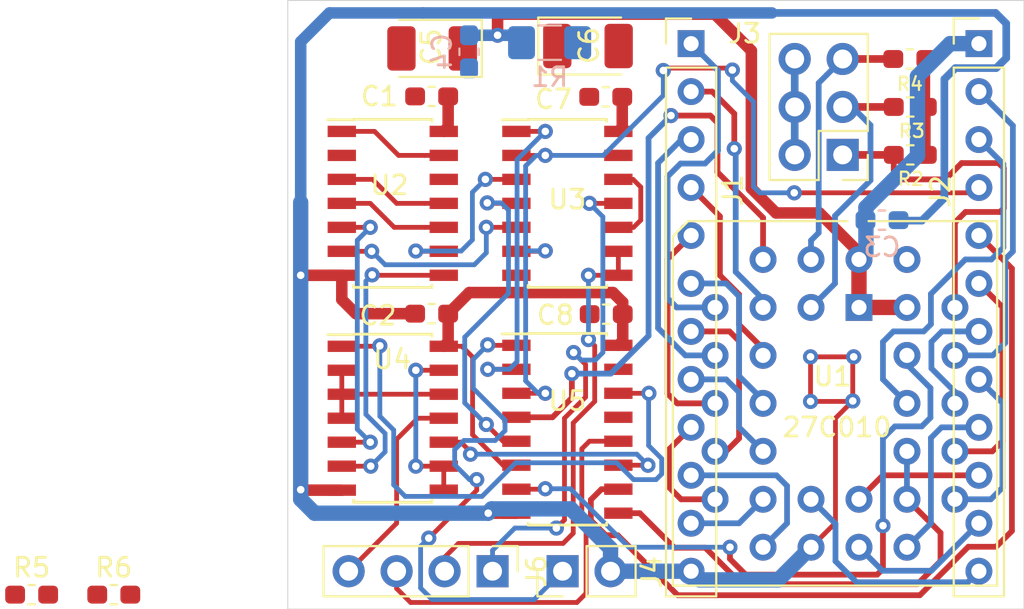
<source format=kicad_pcb>
(kicad_pcb (version 20171130) (host pcbnew "(5.1.0)-1")

  (general
    (thickness 1.6)
    (drawings 5)
    (tracks 497)
    (zones 0)
    (modules 24)
    (nets 51)
  )

  (page A4)
  (layers
    (0 F.Cu signal)
    (31 B.Cu signal)
    (32 B.Adhes user)
    (33 F.Adhes user)
    (34 B.Paste user)
    (35 F.Paste user)
    (36 B.SilkS user)
    (37 F.SilkS user)
    (38 B.Mask user)
    (39 F.Mask user)
    (40 Dwgs.User user)
    (41 Cmts.User user)
    (42 Eco1.User user)
    (43 Eco2.User user)
    (44 Edge.Cuts user)
    (45 Margin user)
    (46 B.CrtYd user)
    (47 F.CrtYd user)
    (48 B.Fab user hide)
    (49 F.Fab user hide)
  )

  (setup
    (last_trace_width 0.254)
    (user_trace_width 0.254)
    (user_trace_width 0.3048)
    (user_trace_width 0.4064)
    (user_trace_width 0.6096)
    (user_trace_width 0.8128)
    (trace_clearance 0.2)
    (zone_clearance 0.508)
    (zone_45_only no)
    (trace_min 0.2)
    (via_size 0.8)
    (via_drill 0.4)
    (via_min_size 0.4)
    (via_min_drill 0.3)
    (uvia_size 0.3)
    (uvia_drill 0.1)
    (uvias_allowed no)
    (uvia_min_size 0.2)
    (uvia_min_drill 0.1)
    (edge_width 0.05)
    (segment_width 0.2)
    (pcb_text_width 0.3)
    (pcb_text_size 1.5 1.5)
    (mod_edge_width 0.12)
    (mod_text_size 1 1)
    (mod_text_width 0.15)
    (pad_size 1.524 1.524)
    (pad_drill 0.762)
    (pad_to_mask_clearance 0.051)
    (solder_mask_min_width 0.25)
    (aux_axis_origin 108.2548 116.7638)
    (visible_elements 7FFFEFFF)
    (pcbplotparams
      (layerselection 0x010f0_ffffffff)
      (usegerberextensions true)
      (usegerberattributes false)
      (usegerberadvancedattributes false)
      (creategerberjobfile false)
      (excludeedgelayer true)
      (linewidth 0.100000)
      (plotframeref false)
      (viasonmask false)
      (mode 1)
      (useauxorigin false)
      (hpglpennumber 1)
      (hpglpenspeed 20)
      (hpglpendiameter 15.000000)
      (psnegative false)
      (psa4output false)
      (plotreference true)
      (plotvalue false)
      (plotinvisibletext false)
      (padsonsilk false)
      (subtractmaskfromsilk true)
      (outputformat 1)
      (mirror false)
      (drillshape 0)
      (scaleselection 1)
      (outputdirectory "Gerber/"))
  )

  (net 0 "")
  (net 1 GND)
  (net 2 D2)
  (net 3 D1)
  (net 4 D0)
  (net 5 A0)
  (net 6 A1)
  (net 7 A2)
  (net 8 A3)
  (net 9 A4)
  (net 10 A5)
  (net 11 A6)
  (net 12 A7)
  (net 13 D3)
  (net 14 D4)
  (net 15 D5)
  (net 16 D6)
  (net 17 D7)
  (net 18 A11)
  (net 19 A10)
  (net 20 A12)
  (net 21 A9)
  (net 22 A8)
  (net 23 VCC)
  (net 24 "Net-(C6-Pad1)")
  (net 25 BASIC)
  (net 26 A16_SEL)
  (net 27 A15_SEL)
  (net 28 A14_SEL)
  (net 29 S5)
  (net 30 RD5_OUT)
  (net 31 CCTL)
  (net 32 O2)
  (net 33 "Net-(U2-Pad11)")
  (net 34 "Net-(U2-Pad10)")
  (net 35 "Net-(U2-Pad9)")
  (net 36 "Net-(U2-Pad8)")
  (net 37 "Net-(U2-Pad6)")
  (net 38 "Net-(U2-Pad5)")
  (net 39 "Net-(U3-Pad10)")
  (net 40 "Net-(U4-Pad13)")
  (net 41 "Net-(U4-Pad12)")
  (net 42 "Net-(J4-Pad1)")
  (net 43 "Net-(R5-Pad1)")
  (net 44 "Net-(U1-Pad28)")
  (net 45 "Net-(U1-Pad22)")
  (net 46 "Net-(U1-Pad4)")
  (net 47 "Net-(U3-Pad4)")
  (net 48 "Net-(U3-Pad1)")
  (net 49 "Net-(U4-Pad10)")
  (net 50 "Net-(U4-Pad1)")

  (net_class Default "To jest domyślna klasa połączeń."
    (clearance 0.2)
    (trace_width 0.25)
    (via_dia 0.8)
    (via_drill 0.4)
    (uvia_dia 0.3)
    (uvia_drill 0.1)
    (add_net A0)
    (add_net A1)
    (add_net A10)
    (add_net A11)
    (add_net A12)
    (add_net A14_SEL)
    (add_net A15_SEL)
    (add_net A16_SEL)
    (add_net A2)
    (add_net A3)
    (add_net A4)
    (add_net A5)
    (add_net A6)
    (add_net A7)
    (add_net A8)
    (add_net A9)
    (add_net BASIC)
    (add_net CCTL)
    (add_net D0)
    (add_net D1)
    (add_net D2)
    (add_net D3)
    (add_net D4)
    (add_net D5)
    (add_net D6)
    (add_net D7)
    (add_net GND)
    (add_net "Net-(C6-Pad1)")
    (add_net "Net-(J4-Pad1)")
    (add_net "Net-(R5-Pad1)")
    (add_net "Net-(U1-Pad22)")
    (add_net "Net-(U1-Pad28)")
    (add_net "Net-(U1-Pad4)")
    (add_net "Net-(U2-Pad10)")
    (add_net "Net-(U2-Pad11)")
    (add_net "Net-(U2-Pad5)")
    (add_net "Net-(U2-Pad6)")
    (add_net "Net-(U2-Pad8)")
    (add_net "Net-(U2-Pad9)")
    (add_net "Net-(U3-Pad1)")
    (add_net "Net-(U3-Pad10)")
    (add_net "Net-(U3-Pad4)")
    (add_net "Net-(U4-Pad1)")
    (add_net "Net-(U4-Pad10)")
    (add_net "Net-(U4-Pad12)")
    (add_net "Net-(U4-Pad13)")
    (add_net O2)
    (add_net RD5_OUT)
    (add_net S5)
    (add_net VCC)
  )

  (module Capacitor_SMD:C_0603_1608Metric_Pad1.05x0.95mm_HandSolder (layer F.Cu) (tedit 5B301BBE) (tstamp 603EA658)
    (at 125.1204 101.1428 180)
    (descr "Capacitor SMD 0603 (1608 Metric), square (rectangular) end terminal, IPC_7351 nominal with elongated pad for handsoldering. (Body size source: http://www.tortai-tech.com/upload/download/2011102023233369053.pdf), generated with kicad-footprint-generator")
    (tags "capacitor handsolder")
    (path /60420E92)
    (attr smd)
    (fp_text reference C8 (at 2.6924 -0.0508 180) (layer F.SilkS)
      (effects (font (size 1 1) (thickness 0.15)))
    )
    (fp_text value 100n (at 0 1.43 180) (layer F.Fab)
      (effects (font (size 1 1) (thickness 0.15)))
    )
    (fp_text user %R (at 0 0 180) (layer F.Fab)
      (effects (font (size 0.4 0.4) (thickness 0.06)))
    )
    (fp_line (start 1.65 0.73) (end -1.65 0.73) (layer F.CrtYd) (width 0.05))
    (fp_line (start 1.65 -0.73) (end 1.65 0.73) (layer F.CrtYd) (width 0.05))
    (fp_line (start -1.65 -0.73) (end 1.65 -0.73) (layer F.CrtYd) (width 0.05))
    (fp_line (start -1.65 0.73) (end -1.65 -0.73) (layer F.CrtYd) (width 0.05))
    (fp_line (start -0.171267 0.51) (end 0.171267 0.51) (layer F.SilkS) (width 0.12))
    (fp_line (start -0.171267 -0.51) (end 0.171267 -0.51) (layer F.SilkS) (width 0.12))
    (fp_line (start 0.8 0.4) (end -0.8 0.4) (layer F.Fab) (width 0.1))
    (fp_line (start 0.8 -0.4) (end 0.8 0.4) (layer F.Fab) (width 0.1))
    (fp_line (start -0.8 -0.4) (end 0.8 -0.4) (layer F.Fab) (width 0.1))
    (fp_line (start -0.8 0.4) (end -0.8 -0.4) (layer F.Fab) (width 0.1))
    (pad 2 smd roundrect (at 0.875 0 180) (size 1.05 0.95) (layers F.Cu F.Paste F.Mask) (roundrect_rratio 0.25)
      (net 1 GND))
    (pad 1 smd roundrect (at -0.875 0 180) (size 1.05 0.95) (layers F.Cu F.Paste F.Mask) (roundrect_rratio 0.25)
      (net 23 VCC))
    (model ${KISYS3DMOD}/Capacitor_SMD.3dshapes/C_0603_1608Metric.wrl
      (at (xyz 0 0 0))
      (scale (xyz 1 1 1))
      (rotate (xyz 0 0 0))
    )
  )

  (module Capacitor_SMD:C_0603_1608Metric_Pad1.05x0.95mm_HandSolder (layer F.Cu) (tedit 5B301BBE) (tstamp 5FE4C51F)
    (at 115.8748 101.1174 180)
    (descr "Capacitor SMD 0603 (1608 Metric), square (rectangular) end terminal, IPC_7351 nominal with elongated pad for handsoldering. (Body size source: http://www.tortai-tech.com/upload/download/2011102023233369053.pdf), generated with kicad-footprint-generator")
    (tags "capacitor handsolder")
    (path /5FEA19E2)
    (attr smd)
    (fp_text reference C2 (at 2.8448 -0.1016 180) (layer F.SilkS)
      (effects (font (size 1 1) (thickness 0.15)))
    )
    (fp_text value 100n (at 0 1.43 180) (layer F.Fab)
      (effects (font (size 1 1) (thickness 0.15)))
    )
    (fp_text user %R (at 0 0 180) (layer F.Fab)
      (effects (font (size 0.4 0.4) (thickness 0.06)))
    )
    (fp_line (start 1.65 0.73) (end -1.65 0.73) (layer F.CrtYd) (width 0.05))
    (fp_line (start 1.65 -0.73) (end 1.65 0.73) (layer F.CrtYd) (width 0.05))
    (fp_line (start -1.65 -0.73) (end 1.65 -0.73) (layer F.CrtYd) (width 0.05))
    (fp_line (start -1.65 0.73) (end -1.65 -0.73) (layer F.CrtYd) (width 0.05))
    (fp_line (start -0.171267 0.51) (end 0.171267 0.51) (layer F.SilkS) (width 0.12))
    (fp_line (start -0.171267 -0.51) (end 0.171267 -0.51) (layer F.SilkS) (width 0.12))
    (fp_line (start 0.8 0.4) (end -0.8 0.4) (layer F.Fab) (width 0.1))
    (fp_line (start 0.8 -0.4) (end 0.8 0.4) (layer F.Fab) (width 0.1))
    (fp_line (start -0.8 -0.4) (end 0.8 -0.4) (layer F.Fab) (width 0.1))
    (fp_line (start -0.8 0.4) (end -0.8 -0.4) (layer F.Fab) (width 0.1))
    (pad 2 smd roundrect (at 0.875 0 180) (size 1.05 0.95) (layers F.Cu F.Paste F.Mask) (roundrect_rratio 0.25)
      (net 1 GND))
    (pad 1 smd roundrect (at -0.875 0 180) (size 1.05 0.95) (layers F.Cu F.Paste F.Mask) (roundrect_rratio 0.25)
      (net 23 VCC))
    (model ${KISYS3DMOD}/Capacitor_SMD.3dshapes/C_0603_1608Metric.wrl
      (at (xyz 0 0 0))
      (scale (xyz 1 1 1))
      (rotate (xyz 0 0 0))
    )
  )

  (module Capacitor_Tantalum_SMD:CP_EIA-3528-21_Kemet-B_Pad1.50x2.35mm_HandSolder (layer F.Cu) (tedit 5B342532) (tstamp 5FE4C554)
    (at 115.9002 87.0712 180)
    (descr "Tantalum Capacitor SMD Kemet-B (3528-21 Metric), IPC_7351 nominal, (Body size from: http://www.kemet.com/Lists/ProductCatalog/Attachments/253/KEM_TC101_STD.pdf), generated with kicad-footprint-generator")
    (tags "capacitor tantalum")
    (path /5FEB0E75)
    (attr smd)
    (fp_text reference C5 (at 0.0508 0.0762 -90) (layer F.SilkS)
      (effects (font (size 1 1) (thickness 0.15)))
    )
    (fp_text value 22uF (at 0 2.35 180) (layer F.Fab)
      (effects (font (size 1 1) (thickness 0.15)))
    )
    (fp_text user %R (at 0 0 180) (layer F.Fab)
      (effects (font (size 0.88 0.88) (thickness 0.13)))
    )
    (fp_line (start 2.62 1.65) (end -2.62 1.65) (layer F.CrtYd) (width 0.05))
    (fp_line (start 2.62 -1.65) (end 2.62 1.65) (layer F.CrtYd) (width 0.05))
    (fp_line (start -2.62 -1.65) (end 2.62 -1.65) (layer F.CrtYd) (width 0.05))
    (fp_line (start -2.62 1.65) (end -2.62 -1.65) (layer F.CrtYd) (width 0.05))
    (fp_line (start -2.635 1.51) (end 1.75 1.51) (layer F.SilkS) (width 0.12))
    (fp_line (start -2.635 -1.51) (end -2.635 1.51) (layer F.SilkS) (width 0.12))
    (fp_line (start 1.75 -1.51) (end -2.635 -1.51) (layer F.SilkS) (width 0.12))
    (fp_line (start 1.75 1.4) (end 1.75 -1.4) (layer F.Fab) (width 0.1))
    (fp_line (start -1.75 1.4) (end 1.75 1.4) (layer F.Fab) (width 0.1))
    (fp_line (start -1.75 -0.7) (end -1.75 1.4) (layer F.Fab) (width 0.1))
    (fp_line (start -1.05 -1.4) (end -1.75 -0.7) (layer F.Fab) (width 0.1))
    (fp_line (start 1.75 -1.4) (end -1.05 -1.4) (layer F.Fab) (width 0.1))
    (pad 2 smd roundrect (at 1.625 0 180) (size 1.5 2.35) (layers F.Cu F.Paste F.Mask) (roundrect_rratio 0.166667)
      (net 1 GND))
    (pad 1 smd roundrect (at -1.625 0 180) (size 1.5 2.35) (layers F.Cu F.Paste F.Mask) (roundrect_rratio 0.166667)
      (net 23 VCC))
    (model ${KISYS3DMOD}/Capacitor_Tantalum_SMD.3dshapes/CP_EIA-3528-21_Kemet-B.wrl
      (at (xyz 0 0 0))
      (scale (xyz 1 1 1))
      (rotate (xyz 0 0 0))
    )
  )

  (module Package_SO:SOIC-14_3.9x8.7mm_P1.27mm (layer F.Cu) (tedit 5A02F2D3) (tstamp 603E8B40)
    (at 123.063 95.2754)
    (descr "14-Lead Plastic Small Outline (SL) - Narrow, 3.90 mm Body [SOIC] (see Microchip Packaging Specification 00000049BS.pdf)")
    (tags "SOIC 1.27")
    (path /5FE5032A)
    (attr smd)
    (fp_text reference U3 (at 0 -0.2032) (layer F.SilkS)
      (effects (font (size 1 1) (thickness 0.15)))
    )
    (fp_text value 74HC02 (at 0 5.375) (layer F.Fab)
      (effects (font (size 1 1) (thickness 0.15)))
    )
    (fp_line (start -2.075 -4.425) (end -3.45 -4.425) (layer F.SilkS) (width 0.15))
    (fp_line (start -2.075 4.45) (end 2.075 4.45) (layer F.SilkS) (width 0.15))
    (fp_line (start -2.075 -4.45) (end 2.075 -4.45) (layer F.SilkS) (width 0.15))
    (fp_line (start -2.075 4.45) (end -2.075 4.335) (layer F.SilkS) (width 0.15))
    (fp_line (start 2.075 4.45) (end 2.075 4.335) (layer F.SilkS) (width 0.15))
    (fp_line (start 2.075 -4.45) (end 2.075 -4.335) (layer F.SilkS) (width 0.15))
    (fp_line (start -2.075 -4.45) (end -2.075 -4.425) (layer F.SilkS) (width 0.15))
    (fp_line (start -3.7 4.65) (end 3.7 4.65) (layer F.CrtYd) (width 0.05))
    (fp_line (start -3.7 -4.65) (end 3.7 -4.65) (layer F.CrtYd) (width 0.05))
    (fp_line (start 3.7 -4.65) (end 3.7 4.65) (layer F.CrtYd) (width 0.05))
    (fp_line (start -3.7 -4.65) (end -3.7 4.65) (layer F.CrtYd) (width 0.05))
    (fp_line (start -1.95 -3.35) (end -0.95 -4.35) (layer F.Fab) (width 0.15))
    (fp_line (start -1.95 4.35) (end -1.95 -3.35) (layer F.Fab) (width 0.15))
    (fp_line (start 1.95 4.35) (end -1.95 4.35) (layer F.Fab) (width 0.15))
    (fp_line (start 1.95 -4.35) (end 1.95 4.35) (layer F.Fab) (width 0.15))
    (fp_line (start -0.95 -4.35) (end 1.95 -4.35) (layer F.Fab) (width 0.15))
    (fp_text user %R (at 0 0) (layer F.Fab)
      (effects (font (size 0.9 0.9) (thickness 0.135)))
    )
    (pad 14 smd rect (at 2.7 -3.81) (size 1.5 0.6) (layers F.Cu F.Paste F.Mask)
      (net 23 VCC))
    (pad 13 smd rect (at 2.7 -2.54) (size 1.5 0.6) (layers F.Cu F.Paste F.Mask)
      (net 33 "Net-(U2-Pad11)"))
    (pad 12 smd rect (at 2.7 -1.27) (size 1.5 0.6) (layers F.Cu F.Paste F.Mask)
      (net 39 "Net-(U3-Pad10)"))
    (pad 11 smd rect (at 2.7 0) (size 1.5 0.6) (layers F.Cu F.Paste F.Mask)
      (net 31 CCTL))
    (pad 10 smd rect (at 2.7 1.27) (size 1.5 0.6) (layers F.Cu F.Paste F.Mask)
      (net 39 "Net-(U3-Pad10)"))
    (pad 9 smd rect (at 2.7 2.54) (size 1.5 0.6) (layers F.Cu F.Paste F.Mask)
      (net 32 O2))
    (pad 8 smd rect (at 2.7 3.81) (size 1.5 0.6) (layers F.Cu F.Paste F.Mask)
      (net 32 O2))
    (pad 7 smd rect (at -2.7 3.81) (size 1.5 0.6) (layers F.Cu F.Paste F.Mask)
      (net 1 GND))
    (pad 6 smd rect (at -2.7 2.54) (size 1.5 0.6) (layers F.Cu F.Paste F.Mask)
      (net 20 A12))
    (pad 5 smd rect (at -2.7 1.27) (size 1.5 0.6) (layers F.Cu F.Paste F.Mask)
      (net 37 "Net-(U2-Pad6)"))
    (pad 4 smd rect (at -2.7 0) (size 1.5 0.6) (layers F.Cu F.Paste F.Mask)
      (net 47 "Net-(U3-Pad4)"))
    (pad 3 smd rect (at -2.7 -1.27) (size 1.5 0.6) (layers F.Cu F.Paste F.Mask)
      (net 35 "Net-(U2-Pad9)"))
    (pad 2 smd rect (at -2.7 -2.54) (size 1.5 0.6) (layers F.Cu F.Paste F.Mask)
      (net 20 A12))
    (pad 1 smd rect (at -2.7 -3.81) (size 1.5 0.6) (layers F.Cu F.Paste F.Mask)
      (net 48 "Net-(U3-Pad1)"))
    (model ${KISYS3DMOD}/Package_SO.3dshapes/SOIC-14_3.9x8.7mm_P1.27mm.wrl
      (at (xyz 0 0 0))
      (scale (xyz 1 1 1))
      (rotate (xyz 0 0 0))
    )
  )

  (module Package_SO:SOIC-14_3.9x8.7mm_P1.27mm (layer F.Cu) (tedit 5A02F2D3) (tstamp 5FE4C7C7)
    (at 113.8174 106.6546)
    (descr "14-Lead Plastic Small Outline (SL) - Narrow, 3.90 mm Body [SOIC] (see Microchip Packaging Specification 00000049BS.pdf)")
    (tags "SOIC 1.27")
    (path /5FE67FE4)
    (attr smd)
    (fp_text reference U4 (at -0.0254 -3.1242) (layer F.SilkS)
      (effects (font (size 1 1) (thickness 0.15)))
    )
    (fp_text value 74HC02 (at 0 5.375) (layer F.Fab)
      (effects (font (size 1 1) (thickness 0.15)))
    )
    (fp_line (start -2.075 -4.425) (end -3.45 -4.425) (layer F.SilkS) (width 0.15))
    (fp_line (start -2.075 4.45) (end 2.075 4.45) (layer F.SilkS) (width 0.15))
    (fp_line (start -2.075 -4.45) (end 2.075 -4.45) (layer F.SilkS) (width 0.15))
    (fp_line (start -2.075 4.45) (end -2.075 4.335) (layer F.SilkS) (width 0.15))
    (fp_line (start 2.075 4.45) (end 2.075 4.335) (layer F.SilkS) (width 0.15))
    (fp_line (start 2.075 -4.45) (end 2.075 -4.335) (layer F.SilkS) (width 0.15))
    (fp_line (start -2.075 -4.45) (end -2.075 -4.425) (layer F.SilkS) (width 0.15))
    (fp_line (start -3.7 4.65) (end 3.7 4.65) (layer F.CrtYd) (width 0.05))
    (fp_line (start -3.7 -4.65) (end 3.7 -4.65) (layer F.CrtYd) (width 0.05))
    (fp_line (start 3.7 -4.65) (end 3.7 4.65) (layer F.CrtYd) (width 0.05))
    (fp_line (start -3.7 -4.65) (end -3.7 4.65) (layer F.CrtYd) (width 0.05))
    (fp_line (start -1.95 -3.35) (end -0.95 -4.35) (layer F.Fab) (width 0.15))
    (fp_line (start -1.95 4.35) (end -1.95 -3.35) (layer F.Fab) (width 0.15))
    (fp_line (start 1.95 4.35) (end -1.95 4.35) (layer F.Fab) (width 0.15))
    (fp_line (start 1.95 -4.35) (end 1.95 4.35) (layer F.Fab) (width 0.15))
    (fp_line (start -0.95 -4.35) (end 1.95 -4.35) (layer F.Fab) (width 0.15))
    (fp_text user %R (at 0 0) (layer F.Fab)
      (effects (font (size 0.9 0.9) (thickness 0.135)))
    )
    (pad 14 smd rect (at 2.7 -3.81) (size 1.5 0.6) (layers F.Cu F.Paste F.Mask)
      (net 23 VCC))
    (pad 13 smd rect (at 2.7 -2.54) (size 1.5 0.6) (layers F.Cu F.Paste F.Mask)
      (net 40 "Net-(U4-Pad13)"))
    (pad 12 smd rect (at 2.7 -1.27) (size 1.5 0.6) (layers F.Cu F.Paste F.Mask)
      (net 41 "Net-(U4-Pad12)"))
    (pad 11 smd rect (at 2.7 0) (size 1.5 0.6) (layers F.Cu F.Paste F.Mask)
      (net 29 S5))
    (pad 10 smd rect (at 2.7 1.27) (size 1.5 0.6) (layers F.Cu F.Paste F.Mask)
      (net 49 "Net-(U4-Pad10)"))
    (pad 9 smd rect (at 2.7 2.54) (size 1.5 0.6) (layers F.Cu F.Paste F.Mask)
      (net 40 "Net-(U4-Pad13)"))
    (pad 8 smd rect (at 2.7 3.81) (size 1.5 0.6) (layers F.Cu F.Paste F.Mask)
      (net 40 "Net-(U4-Pad13)"))
    (pad 7 smd rect (at -2.7 3.81) (size 1.5 0.6) (layers F.Cu F.Paste F.Mask)
      (net 1 GND))
    (pad 6 smd rect (at -2.7 2.54) (size 1.5 0.6) (layers F.Cu F.Paste F.Mask)
      (net 36 "Net-(U2-Pad8)"))
    (pad 5 smd rect (at -2.7 1.27) (size 1.5 0.6) (layers F.Cu F.Paste F.Mask)
      (net 38 "Net-(U2-Pad5)"))
    (pad 4 smd rect (at -2.7 0) (size 1.5 0.6) (layers F.Cu F.Paste F.Mask)
      (net 41 "Net-(U4-Pad12)"))
    (pad 3 smd rect (at -2.7 -1.27) (size 1.5 0.6) (layers F.Cu F.Paste F.Mask)
      (net 41 "Net-(U4-Pad12)"))
    (pad 2 smd rect (at -2.7 -2.54) (size 1.5 0.6) (layers F.Cu F.Paste F.Mask)
      (net 41 "Net-(U4-Pad12)"))
    (pad 1 smd rect (at -2.7 -3.81) (size 1.5 0.6) (layers F.Cu F.Paste F.Mask)
      (net 50 "Net-(U4-Pad1)"))
    (model ${KISYS3DMOD}/Package_SO.3dshapes/SOIC-14_3.9x8.7mm_P1.27mm.wrl
      (at (xyz 0 0 0))
      (scale (xyz 1 1 1))
      (rotate (xyz 0 0 0))
    )
  )

  (module Package_SO:SOIC-16_3.9x9.9mm_P1.27mm (layer F.Cu) (tedit 5A02F2D3) (tstamp 603D4DA4)
    (at 123.063 107.2388)
    (descr "16-Lead Plastic Small Outline (SL) - Narrow, 3.90 mm Body [SOIC] (see Microchip Packaging Specification 00000049BS.pdf)")
    (tags "SOIC 1.27")
    (path /60472D12)
    (attr smd)
    (fp_text reference U5 (at 0 -1.4986) (layer F.SilkS)
      (effects (font (size 1 1) (thickness 0.15)))
    )
    (fp_text value 74LS157 (at 0 6) (layer F.Fab)
      (effects (font (size 1 1) (thickness 0.15)))
    )
    (fp_line (start -2.075 -5.05) (end -3.45 -5.05) (layer F.SilkS) (width 0.15))
    (fp_line (start -2.075 5.075) (end 2.075 5.075) (layer F.SilkS) (width 0.15))
    (fp_line (start -2.075 -5.075) (end 2.075 -5.075) (layer F.SilkS) (width 0.15))
    (fp_line (start -2.075 5.075) (end -2.075 4.97) (layer F.SilkS) (width 0.15))
    (fp_line (start 2.075 5.075) (end 2.075 4.97) (layer F.SilkS) (width 0.15))
    (fp_line (start 2.075 -5.075) (end 2.075 -4.97) (layer F.SilkS) (width 0.15))
    (fp_line (start -2.075 -5.075) (end -2.075 -5.05) (layer F.SilkS) (width 0.15))
    (fp_line (start -3.7 5.25) (end 3.7 5.25) (layer F.CrtYd) (width 0.05))
    (fp_line (start -3.7 -5.25) (end 3.7 -5.25) (layer F.CrtYd) (width 0.05))
    (fp_line (start 3.7 -5.25) (end 3.7 5.25) (layer F.CrtYd) (width 0.05))
    (fp_line (start -3.7 -5.25) (end -3.7 5.25) (layer F.CrtYd) (width 0.05))
    (fp_line (start -1.95 -3.95) (end -0.95 -4.95) (layer F.Fab) (width 0.15))
    (fp_line (start -1.95 4.95) (end -1.95 -3.95) (layer F.Fab) (width 0.15))
    (fp_line (start 1.95 4.95) (end -1.95 4.95) (layer F.Fab) (width 0.15))
    (fp_line (start 1.95 -4.95) (end 1.95 4.95) (layer F.Fab) (width 0.15))
    (fp_line (start -0.95 -4.95) (end 1.95 -4.95) (layer F.Fab) (width 0.15))
    (fp_text user %R (at 0 0) (layer F.Fab)
      (effects (font (size 0.9 0.9) (thickness 0.135)))
    )
    (pad 16 smd rect (at 2.7 -4.445) (size 1.5 0.6) (layers F.Cu F.Paste F.Mask)
      (net 23 VCC))
    (pad 15 smd rect (at 2.7 -3.175) (size 1.5 0.6) (layers F.Cu F.Paste F.Mask)
      (net 1 GND))
    (pad 14 smd rect (at 2.7 -1.905) (size 1.5 0.6) (layers F.Cu F.Paste F.Mask)
      (net 50 "Net-(U4-Pad1)"))
    (pad 13 smd rect (at 2.7 -0.635) (size 1.5 0.6) (layers F.Cu F.Paste F.Mask)
      (net 43 "Net-(R5-Pad1)"))
    (pad 12 smd rect (at 2.7 0.635) (size 1.5 0.6) (layers F.Cu F.Paste F.Mask)
      (net 30 RD5_OUT))
    (pad 11 smd rect (at 2.7 1.905) (size 1.5 0.6) (layers F.Cu F.Paste F.Mask)
      (net 49 "Net-(U4-Pad10)"))
    (pad 10 smd rect (at 2.7 3.175) (size 1.5 0.6) (layers F.Cu F.Paste F.Mask)
      (net 25 BASIC))
    (pad 9 smd rect (at 2.7 4.445) (size 1.5 0.6) (layers F.Cu F.Paste F.Mask)
      (net 45 "Net-(U1-Pad22)"))
    (pad 8 smd rect (at -2.7 4.445) (size 1.5 0.6) (layers F.Cu F.Paste F.Mask)
      (net 1 GND))
    (pad 7 smd rect (at -2.7 3.175) (size 1.5 0.6) (layers F.Cu F.Paste F.Mask)
      (net 44 "Net-(U1-Pad28)"))
    (pad 6 smd rect (at -2.7 1.905) (size 1.5 0.6) (layers F.Cu F.Paste F.Mask)
      (net 23 VCC))
    (pad 5 smd rect (at -2.7 0.635) (size 1.5 0.6) (layers F.Cu F.Paste F.Mask)
      (net 47 "Net-(U3-Pad4)"))
    (pad 4 smd rect (at -2.7 -0.635) (size 1.5 0.6) (layers F.Cu F.Paste F.Mask)
      (net 46 "Net-(U1-Pad4)"))
    (pad 3 smd rect (at -2.7 -1.905) (size 1.5 0.6) (layers F.Cu F.Paste F.Mask)
      (net 20 A12))
    (pad 2 smd rect (at -2.7 -3.175) (size 1.5 0.6) (layers F.Cu F.Paste F.Mask)
      (net 48 "Net-(U3-Pad1)"))
    (pad 1 smd rect (at -2.7 -4.445) (size 1.5 0.6) (layers F.Cu F.Paste F.Mask)
      (net 42 "Net-(J4-Pad1)"))
    (model ${KISYS3DMOD}/Package_SO.3dshapes/SOIC-16_3.9x9.9mm_P1.27mm.wrl
      (at (xyz 0 0 0))
      (scale (xyz 1 1 1))
      (rotate (xyz 0 0 0))
    )
  )

  (module Atari:PLCC-32_THT-Socket (layer F.Cu) (tedit 5FE24526) (tstamp 603D4CB3)
    (at 138.5062 100.7872)
    (descr "PLCC, 44 pins, through hole")
    (tags "plcc leaded")
    (path /603D7085)
    (fp_text reference U1 (at -1.397 3.6576) (layer F.SilkS)
      (effects (font (size 1 1) (thickness 0.15)))
    )
    (fp_text value 27C010 (at -1.2192 16.5608) (layer F.Fab)
      (effects (font (size 1 1) (thickness 0.15)))
    )
    (fp_line (start 7.2136 -4.4856) (end 0.4492 -4.4856) (layer F.Fab) (width 0.1))
    (fp_line (start 7.2136 14.6304) (end 7.2136 -4.4856) (layer F.Fab) (width 0.1))
    (fp_line (start -9.7536 14.6304) (end 7.2136 14.6304) (layer F.Fab) (width 0.1))
    (fp_line (start -9.7536 -3.7592) (end -9.7536 14.6304) (layer F.Fab) (width 0.1))
    (fp_line (start -9.0424 -4.4856) (end -9.7536 -3.7592) (layer F.Fab) (width 0.1))
    (fp_line (start -0.5508 -4.4856) (end -9.0424 -4.4856) (layer F.Fab) (width 0.1))
    (fp_line (start 7.3152 -4.572) (end 0.508 -4.572) (layer F.SilkS) (width 0.12))
    (fp_line (start 7.3152 14.732) (end 7.3152 -4.572) (layer F.SilkS) (width 0.12))
    (fp_line (start -9.8552 14.732) (end 7.3152 14.732) (layer F.SilkS) (width 0.12))
    (fp_line (start -9.8552 -3.7592) (end -9.8552 14.732) (layer F.SilkS) (width 0.12))
    (fp_line (start -9.0424 -4.572) (end -0.6096 -4.572) (layer F.SilkS) (width 0.12))
    (fp_line (start -9.8552 -3.7592) (end -9.0424 -4.572) (layer F.SilkS) (width 0.12))
    (fp_line (start 7.7784 -5.1816) (end 7.7784 15.3584) (layer F.CrtYd) (width 0.05))
    (fp_line (start -10.2616 15.3584) (end 7.7784 15.3584) (layer F.CrtYd) (width 0.05))
    (fp_line (start -10.2616 -5.1816) (end -10.2616 15.3584) (layer F.CrtYd) (width 0.05))
    (fp_line (start -10.2616 -5.1816) (end 7.7784 -5.1816) (layer F.CrtYd) (width 0.05))
    (fp_text user %R (at -1.27 6.35) (layer F.Fab)
      (effects (font (size 1 1) (thickness 0.15)))
    )
    (fp_line (start -0.0508 -3.4856) (end 0.4492 -4.4856) (layer F.Fab) (width 0.1))
    (fp_line (start -0.5508 -4.4856) (end -0.0508 -3.4856) (layer F.Fab) (width 0.1))
    (fp_line (start 5.4864 -2.86) (end -8.0264 -2.86) (layer F.Fab) (width 0.1))
    (fp_line (start 5.4864 13.1064) (end 5.4864 -2.86) (layer F.Fab) (width 0.1))
    (fp_line (start -8.0264 13.1064) (end 5.4864 13.1064) (layer F.Fab) (width 0.1))
    (fp_line (start -8.0264 -2.86) (end -8.0264 13.1064) (layer F.Fab) (width 0.1))
    (pad 28 thru_hole circle (at 2.54 2.54) (size 1.4224 1.4224) (drill 0.8) (layers *.Cu *.Mask)
      (net 44 "Net-(U1-Pad28)"))
    (pad 26 thru_hole circle (at 2.54 5.08) (size 1.4224 1.4224) (drill 0.8) (layers *.Cu *.Mask)
      (net 21 A9))
    (pad 24 thru_hole circle (at 2.54 7.62) (size 1.4224 1.4224) (drill 0.8) (layers *.Cu *.Mask)
      (net 45 "Net-(U1-Pad22)"))
    (pad 22 thru_hole circle (at 2.54 10.16) (size 1.4224 1.4224) (drill 0.8) (layers *.Cu *.Mask)
      (net 45 "Net-(U1-Pad22)"))
    (pad 27 thru_hole circle (at 5.08 2.54) (size 1.4224 1.4224) (drill 0.8) (layers *.Cu *.Mask)
      (net 22 A8))
    (pad 25 thru_hole circle (at 5.08 5.08) (size 1.4224 1.4224) (drill 0.8) (layers *.Cu *.Mask)
      (net 18 A11))
    (pad 23 thru_hole circle (at 5.08 7.62) (size 1.4224 1.4224) (drill 0.8) (layers *.Cu *.Mask)
      (net 19 A10))
    (pad 21 thru_hole circle (at 5.08 10.16) (size 1.4224 1.4224) (drill 0.8) (layers *.Cu *.Mask)
      (net 17 D7))
    (pad 19 thru_hole circle (at 0 10.16) (size 1.4224 1.4224) (drill 0.8) (layers *.Cu *.Mask)
      (net 15 D5))
    (pad 17 thru_hole circle (at -2.54 10.16) (size 1.4224 1.4224) (drill 0.8) (layers *.Cu *.Mask)
      (net 13 D3))
    (pad 20 thru_hole circle (at 2.54 12.7) (size 1.4224 1.4224) (drill 0.8) (layers *.Cu *.Mask)
      (net 16 D6))
    (pad 18 thru_hole circle (at 0 12.7) (size 1.4224 1.4224) (drill 0.8) (layers *.Cu *.Mask)
      (net 14 D4))
    (pad 16 thru_hole circle (at -2.54 12.7) (size 1.4224 1.4224) (drill 0.8) (layers *.Cu *.Mask)
      (net 1 GND))
    (pad 14 thru_hole circle (at -5.08 12.7) (size 1.4224 1.4224) (drill 0.8) (layers *.Cu *.Mask)
      (net 3 D1))
    (pad 15 thru_hole circle (at -5.08 10.16) (size 1.4224 1.4224) (drill 0.8) (layers *.Cu *.Mask)
      (net 2 D2))
    (pad 12 thru_hole circle (at -5.08 7.62) (size 1.4224 1.4224) (drill 0.8) (layers *.Cu *.Mask)
      (net 5 A0))
    (pad 10 thru_hole circle (at -5.08 5.08) (size 1.4224 1.4224) (drill 0.8) (layers *.Cu *.Mask)
      (net 7 A2))
    (pad 8 thru_hole circle (at -5.08 2.54) (size 1.4224 1.4224) (drill 0.8) (layers *.Cu *.Mask)
      (net 9 A4))
    (pad 13 thru_hole circle (at -7.62 10.16) (size 1.4224 1.4224) (drill 0.8) (layers *.Cu *.Mask)
      (net 4 D0))
    (pad 11 thru_hole circle (at -7.62 7.62) (size 1.4224 1.4224) (drill 0.8) (layers *.Cu *.Mask)
      (net 6 A1))
    (pad 9 thru_hole circle (at -7.62 5.08) (size 1.4224 1.4224) (drill 0.8) (layers *.Cu *.Mask)
      (net 8 A3))
    (pad 7 thru_hole circle (at -7.62 2.54) (size 1.4224 1.4224) (drill 0.8) (layers *.Cu *.Mask)
      (net 10 A5))
    (pad 5 thru_hole circle (at -7.62 0) (size 1.4224 1.4224) (drill 0.8) (layers *.Cu *.Mask)
      (net 12 A7))
    (pad 30 thru_hole circle (at 2.54 -2.54) (size 1.4224 1.4224) (drill 0.8) (layers *.Cu *.Mask))
    (pad 32 thru_hole circle (at 0 -2.54) (size 1.4224 1.4224) (drill 0.8) (layers *.Cu *.Mask)
      (net 23 VCC))
    (pad 4 thru_hole circle (at -5.08 -2.54) (size 1.4224 1.4224) (drill 0.8) (layers *.Cu *.Mask)
      (net 46 "Net-(U1-Pad4)"))
    (pad 2 thru_hole circle (at -2.54 -2.54) (size 1.4224 1.4224) (drill 0.8) (layers *.Cu *.Mask)
      (net 26 A16_SEL))
    (pad 29 thru_hole circle (at 5.08 0) (size 1.4224 1.4224) (drill 0.8) (layers *.Cu *.Mask)
      (net 28 A14_SEL))
    (pad 31 thru_hole circle (at 2.54 0) (size 1.4224 1.4224) (drill 0.8) (layers *.Cu *.Mask)
      (net 23 VCC))
    (pad 6 thru_hole circle (at -5.08 0) (size 1.4224 1.4224) (drill 0.8) (layers *.Cu *.Mask)
      (net 11 A6))
    (pad 3 thru_hole circle (at -2.54 0) (size 1.4224 1.4224) (drill 0.8) (layers *.Cu *.Mask)
      (net 27 A15_SEL))
    (pad 1 thru_hole rect (at 0 0) (size 1.4224 1.4224) (drill 0.8) (layers *.Cu *.Mask)
      (net 23 VCC))
    (model ${KISYS3DMOD}/Package_LCC.3dshapes/PLCC-44_THT-Socket.wrl
      (at (xyz 0 0 0))
      (scale (xyz 1 1 1))
      (rotate (xyz 0 0 0))
    )
  )

  (module Resistor_SMD:R_0603_1608Metric_Pad1.05x0.95mm_HandSolder (layer F.Cu) (tedit 5B301BBD) (tstamp 603D4C78)
    (at 99.0412 115.9972)
    (descr "Resistor SMD 0603 (1608 Metric), square (rectangular) end terminal, IPC_7351 nominal with elongated pad for handsoldering. (Body size source: http://www.tortai-tech.com/upload/download/2011102023233369053.pdf), generated with kicad-footprint-generator")
    (tags "resistor handsolder")
    (path /60558030)
    (attr smd)
    (fp_text reference R6 (at 0 -1.43) (layer F.SilkS)
      (effects (font (size 1 1) (thickness 0.15)))
    )
    (fp_text value 10k (at 0 1.43) (layer F.Fab)
      (effects (font (size 1 1) (thickness 0.15)))
    )
    (fp_text user %R (at 0 0) (layer F.Fab)
      (effects (font (size 0.4 0.4) (thickness 0.06)))
    )
    (fp_line (start 1.65 0.73) (end -1.65 0.73) (layer F.CrtYd) (width 0.05))
    (fp_line (start 1.65 -0.73) (end 1.65 0.73) (layer F.CrtYd) (width 0.05))
    (fp_line (start -1.65 -0.73) (end 1.65 -0.73) (layer F.CrtYd) (width 0.05))
    (fp_line (start -1.65 0.73) (end -1.65 -0.73) (layer F.CrtYd) (width 0.05))
    (fp_line (start -0.171267 0.51) (end 0.171267 0.51) (layer F.SilkS) (width 0.12))
    (fp_line (start -0.171267 -0.51) (end 0.171267 -0.51) (layer F.SilkS) (width 0.12))
    (fp_line (start 0.8 0.4) (end -0.8 0.4) (layer F.Fab) (width 0.1))
    (fp_line (start 0.8 -0.4) (end 0.8 0.4) (layer F.Fab) (width 0.1))
    (fp_line (start -0.8 -0.4) (end 0.8 -0.4) (layer F.Fab) (width 0.1))
    (fp_line (start -0.8 0.4) (end -0.8 -0.4) (layer F.Fab) (width 0.1))
    (pad 2 smd roundrect (at 0.875 0) (size 1.05 0.95) (layers F.Cu F.Paste F.Mask) (roundrect_rratio 0.25)
      (net 42 "Net-(J4-Pad1)"))
    (pad 1 smd roundrect (at -0.875 0) (size 1.05 0.95) (layers F.Cu F.Paste F.Mask) (roundrect_rratio 0.25)
      (net 23 VCC))
    (model ${KISYS3DMOD}/Resistor_SMD.3dshapes/R_0603_1608Metric.wrl
      (at (xyz 0 0 0))
      (scale (xyz 1 1 1))
      (rotate (xyz 0 0 0))
    )
  )

  (module Resistor_SMD:R_0603_1608Metric_Pad1.05x0.95mm_HandSolder (layer F.Cu) (tedit 5B301BBD) (tstamp 603D4C67)
    (at 94.6912 115.9972)
    (descr "Resistor SMD 0603 (1608 Metric), square (rectangular) end terminal, IPC_7351 nominal with elongated pad for handsoldering. (Body size source: http://www.tortai-tech.com/upload/download/2011102023233369053.pdf), generated with kicad-footprint-generator")
    (tags "resistor handsolder")
    (path /60491308)
    (attr smd)
    (fp_text reference R5 (at 0 -1.43) (layer F.SilkS)
      (effects (font (size 1 1) (thickness 0.15)))
    )
    (fp_text value 1k (at 0 1.43) (layer F.Fab)
      (effects (font (size 1 1) (thickness 0.15)))
    )
    (fp_text user %R (at 0 0) (layer F.Fab)
      (effects (font (size 0.4 0.4) (thickness 0.06)))
    )
    (fp_line (start 1.65 0.73) (end -1.65 0.73) (layer F.CrtYd) (width 0.05))
    (fp_line (start 1.65 -0.73) (end 1.65 0.73) (layer F.CrtYd) (width 0.05))
    (fp_line (start -1.65 -0.73) (end 1.65 -0.73) (layer F.CrtYd) (width 0.05))
    (fp_line (start -1.65 0.73) (end -1.65 -0.73) (layer F.CrtYd) (width 0.05))
    (fp_line (start -0.171267 0.51) (end 0.171267 0.51) (layer F.SilkS) (width 0.12))
    (fp_line (start -0.171267 -0.51) (end 0.171267 -0.51) (layer F.SilkS) (width 0.12))
    (fp_line (start 0.8 0.4) (end -0.8 0.4) (layer F.Fab) (width 0.1))
    (fp_line (start 0.8 -0.4) (end 0.8 0.4) (layer F.Fab) (width 0.1))
    (fp_line (start -0.8 -0.4) (end 0.8 -0.4) (layer F.Fab) (width 0.1))
    (fp_line (start -0.8 0.4) (end -0.8 -0.4) (layer F.Fab) (width 0.1))
    (pad 2 smd roundrect (at 0.875 0) (size 1.05 0.95) (layers F.Cu F.Paste F.Mask) (roundrect_rratio 0.25)
      (net 1 GND))
    (pad 1 smd roundrect (at -0.875 0) (size 1.05 0.95) (layers F.Cu F.Paste F.Mask) (roundrect_rratio 0.25)
      (net 43 "Net-(R5-Pad1)"))
    (model ${KISYS3DMOD}/Resistor_SMD.3dshapes/R_0603_1608Metric.wrl
      (at (xyz 0 0 0))
      (scale (xyz 1 1 1))
      (rotate (xyz 0 0 0))
    )
  )

  (module Resistor_SMD:R_0603_1608Metric_Pad1.05x0.95mm_HandSolder (layer F.Cu) (tedit 5B301BBD) (tstamp 603D4C56)
    (at 141.1986 87.63 180)
    (descr "Resistor SMD 0603 (1608 Metric), square (rectangular) end terminal, IPC_7351 nominal with elongated pad for handsoldering. (Body size source: http://www.tortai-tech.com/upload/download/2011102023233369053.pdf), generated with kicad-footprint-generator")
    (tags "resistor handsolder")
    (path /5FEC802B)
    (attr smd)
    (fp_text reference R4 (at 0 -1.3208 180) (layer F.SilkS)
      (effects (font (size 0.7 0.7) (thickness 0.12)))
    )
    (fp_text value 10k (at 0 1.43 180) (layer F.Fab)
      (effects (font (size 1 1) (thickness 0.15)))
    )
    (fp_text user %R (at 0 0 180) (layer F.Fab)
      (effects (font (size 0.4 0.4) (thickness 0.06)))
    )
    (fp_line (start 1.65 0.73) (end -1.65 0.73) (layer F.CrtYd) (width 0.05))
    (fp_line (start 1.65 -0.73) (end 1.65 0.73) (layer F.CrtYd) (width 0.05))
    (fp_line (start -1.65 -0.73) (end 1.65 -0.73) (layer F.CrtYd) (width 0.05))
    (fp_line (start -1.65 0.73) (end -1.65 -0.73) (layer F.CrtYd) (width 0.05))
    (fp_line (start -0.171267 0.51) (end 0.171267 0.51) (layer F.SilkS) (width 0.12))
    (fp_line (start -0.171267 -0.51) (end 0.171267 -0.51) (layer F.SilkS) (width 0.12))
    (fp_line (start 0.8 0.4) (end -0.8 0.4) (layer F.Fab) (width 0.1))
    (fp_line (start 0.8 -0.4) (end 0.8 0.4) (layer F.Fab) (width 0.1))
    (fp_line (start -0.8 -0.4) (end 0.8 -0.4) (layer F.Fab) (width 0.1))
    (fp_line (start -0.8 0.4) (end -0.8 -0.4) (layer F.Fab) (width 0.1))
    (pad 2 smd roundrect (at 0.875 0 180) (size 1.05 0.95) (layers F.Cu F.Paste F.Mask) (roundrect_rratio 0.25)
      (net 26 A16_SEL))
    (pad 1 smd roundrect (at -0.875 0 180) (size 1.05 0.95) (layers F.Cu F.Paste F.Mask) (roundrect_rratio 0.25)
      (net 23 VCC))
    (model ${KISYS3DMOD}/Resistor_SMD.3dshapes/R_0603_1608Metric.wrl
      (at (xyz 0 0 0))
      (scale (xyz 1 1 1))
      (rotate (xyz 0 0 0))
    )
  )

  (module Connector_PinHeader_2.54mm:PinHeader_1x04_P2.54mm_Vertical (layer F.Cu) (tedit 59FED5CC) (tstamp 5FE4C684)
    (at 119.1006 114.7572 270)
    (descr "Through hole straight pin header, 1x04, 2.54mm pitch, single row")
    (tags "Through hole pin header THT 1x04 2.54mm single row")
    (path /5FF03CB5)
    (fp_text reference J6 (at 0 -2.33 270) (layer F.SilkS)
      (effects (font (size 1 1) (thickness 0.15)))
    )
    (fp_text value OUT_SIGNAL (at 0 9.95 270) (layer F.Fab)
      (effects (font (size 1 1) (thickness 0.15)))
    )
    (fp_text user %R (at 0 3.81) (layer F.Fab)
      (effects (font (size 1 1) (thickness 0.15)))
    )
    (fp_line (start 1.8 -1.8) (end -1.8 -1.8) (layer F.CrtYd) (width 0.05))
    (fp_line (start 1.8 9.4) (end 1.8 -1.8) (layer F.CrtYd) (width 0.05))
    (fp_line (start -1.8 9.4) (end 1.8 9.4) (layer F.CrtYd) (width 0.05))
    (fp_line (start -1.8 -1.8) (end -1.8 9.4) (layer F.CrtYd) (width 0.05))
    (fp_line (start -1.33 -1.33) (end 0 -1.33) (layer F.SilkS) (width 0.12))
    (fp_line (start -1.33 0) (end -1.33 -1.33) (layer F.SilkS) (width 0.12))
    (fp_line (start -1.33 1.27) (end 1.33 1.27) (layer F.SilkS) (width 0.12))
    (fp_line (start 1.33 1.27) (end 1.33 8.95) (layer F.SilkS) (width 0.12))
    (fp_line (start -1.33 1.27) (end -1.33 8.95) (layer F.SilkS) (width 0.12))
    (fp_line (start -1.33 8.95) (end 1.33 8.95) (layer F.SilkS) (width 0.12))
    (fp_line (start -1.27 -0.635) (end -0.635 -1.27) (layer F.Fab) (width 0.1))
    (fp_line (start -1.27 8.89) (end -1.27 -0.635) (layer F.Fab) (width 0.1))
    (fp_line (start 1.27 8.89) (end -1.27 8.89) (layer F.Fab) (width 0.1))
    (fp_line (start 1.27 -1.27) (end 1.27 8.89) (layer F.Fab) (width 0.1))
    (fp_line (start -0.635 -1.27) (end 1.27 -1.27) (layer F.Fab) (width 0.1))
    (pad 4 thru_hole oval (at 0 7.62 270) (size 1.7 1.7) (drill 1) (layers *.Cu *.Mask)
      (net 29 S5))
    (pad 3 thru_hole oval (at 0 5.08 270) (size 1.7 1.7) (drill 1) (layers *.Cu *.Mask)
      (net 30 RD5_OUT))
    (pad 2 thru_hole oval (at 0 2.54 270) (size 1.7 1.7) (drill 1) (layers *.Cu *.Mask)
      (net 32 O2))
    (pad 1 thru_hole rect (at 0 0 270) (size 1.7 1.7) (drill 1) (layers *.Cu *.Mask)
      (net 31 CCTL))
    (model ${KISYS3DMOD}/Connector_PinHeader_2.54mm.3dshapes/PinHeader_1x04_P2.54mm_Vertical.wrl
      (at (xyz 0 0 0))
      (scale (xyz 1 1 1))
      (rotate (xyz 0 0 0))
    )
  )

  (module Connector_PinHeader_2.54mm:PinHeader_1x02_P2.54mm_Vertical (layer F.Cu) (tedit 59FED5CC) (tstamp 603D4BCE)
    (at 122.809 114.7572 90)
    (descr "Through hole straight pin header, 1x02, 2.54mm pitch, single row")
    (tags "Through hole pin header THT 1x02 2.54mm single row")
    (path /60558EAD)
    (fp_text reference J4 (at -0.0508 4.7244 90) (layer F.SilkS)
      (effects (font (size 1 1) (thickness 0.15)))
    )
    (fp_text value on_off (at 0 4.87 90) (layer F.Fab)
      (effects (font (size 1 1) (thickness 0.15)))
    )
    (fp_text user %R (at 0 1.27 180) (layer F.Fab)
      (effects (font (size 1 1) (thickness 0.15)))
    )
    (fp_line (start 1.8 -1.8) (end -1.8 -1.8) (layer F.CrtYd) (width 0.05))
    (fp_line (start 1.8 4.35) (end 1.8 -1.8) (layer F.CrtYd) (width 0.05))
    (fp_line (start -1.8 4.35) (end 1.8 4.35) (layer F.CrtYd) (width 0.05))
    (fp_line (start -1.8 -1.8) (end -1.8 4.35) (layer F.CrtYd) (width 0.05))
    (fp_line (start -1.33 -1.33) (end 0 -1.33) (layer F.SilkS) (width 0.12))
    (fp_line (start -1.33 0) (end -1.33 -1.33) (layer F.SilkS) (width 0.12))
    (fp_line (start -1.33 1.27) (end 1.33 1.27) (layer F.SilkS) (width 0.12))
    (fp_line (start 1.33 1.27) (end 1.33 3.87) (layer F.SilkS) (width 0.12))
    (fp_line (start -1.33 1.27) (end -1.33 3.87) (layer F.SilkS) (width 0.12))
    (fp_line (start -1.33 3.87) (end 1.33 3.87) (layer F.SilkS) (width 0.12))
    (fp_line (start -1.27 -0.635) (end -0.635 -1.27) (layer F.Fab) (width 0.1))
    (fp_line (start -1.27 3.81) (end -1.27 -0.635) (layer F.Fab) (width 0.1))
    (fp_line (start 1.27 3.81) (end -1.27 3.81) (layer F.Fab) (width 0.1))
    (fp_line (start 1.27 -1.27) (end 1.27 3.81) (layer F.Fab) (width 0.1))
    (fp_line (start -0.635 -1.27) (end 1.27 -1.27) (layer F.Fab) (width 0.1))
    (pad 2 thru_hole oval (at 0 2.54 90) (size 1.7 1.7) (drill 1) (layers *.Cu *.Mask)
      (net 1 GND))
    (pad 1 thru_hole rect (at 0 0 90) (size 1.7 1.7) (drill 1) (layers *.Cu *.Mask)
      (net 42 "Net-(J4-Pad1)"))
    (model ${KISYS3DMOD}/Connector_PinHeader_2.54mm.3dshapes/PinHeader_1x02_P2.54mm_Vertical.wrl
      (at (xyz 0 0 0))
      (scale (xyz 1 1 1))
      (rotate (xyz 0 0 0))
    )
  )

  (module Connector_PinHeader_2.54mm:PinHeader_2x03_P2.54mm_Vertical (layer F.Cu) (tedit 59FED5CC) (tstamp 603D4BB8)
    (at 137.6426 92.71 180)
    (descr "Through hole straight pin header, 2x03, 2.54mm pitch, double rows")
    (tags "Through hole pin header THT 2x03 2.54mm double row")
    (path /603E1BA7)
    (fp_text reference J3 (at 5.1816 6.4262 180) (layer F.SilkS)
      (effects (font (size 1 1) (thickness 0.15)))
    )
    (fp_text value A14_16_sel (at 1.27 7.41 180) (layer F.Fab)
      (effects (font (size 1 1) (thickness 0.15)))
    )
    (fp_text user %R (at 1.27 2.54 270) (layer F.Fab)
      (effects (font (size 1 1) (thickness 0.15)))
    )
    (fp_line (start 4.35 -1.8) (end -1.8 -1.8) (layer F.CrtYd) (width 0.05))
    (fp_line (start 4.35 6.85) (end 4.35 -1.8) (layer F.CrtYd) (width 0.05))
    (fp_line (start -1.8 6.85) (end 4.35 6.85) (layer F.CrtYd) (width 0.05))
    (fp_line (start -1.8 -1.8) (end -1.8 6.85) (layer F.CrtYd) (width 0.05))
    (fp_line (start -1.33 -1.33) (end 0 -1.33) (layer F.SilkS) (width 0.12))
    (fp_line (start -1.33 0) (end -1.33 -1.33) (layer F.SilkS) (width 0.12))
    (fp_line (start 1.27 -1.33) (end 3.87 -1.33) (layer F.SilkS) (width 0.12))
    (fp_line (start 1.27 1.27) (end 1.27 -1.33) (layer F.SilkS) (width 0.12))
    (fp_line (start -1.33 1.27) (end 1.27 1.27) (layer F.SilkS) (width 0.12))
    (fp_line (start 3.87 -1.33) (end 3.87 6.41) (layer F.SilkS) (width 0.12))
    (fp_line (start -1.33 1.27) (end -1.33 6.41) (layer F.SilkS) (width 0.12))
    (fp_line (start -1.33 6.41) (end 3.87 6.41) (layer F.SilkS) (width 0.12))
    (fp_line (start -1.27 0) (end 0 -1.27) (layer F.Fab) (width 0.1))
    (fp_line (start -1.27 6.35) (end -1.27 0) (layer F.Fab) (width 0.1))
    (fp_line (start 3.81 6.35) (end -1.27 6.35) (layer F.Fab) (width 0.1))
    (fp_line (start 3.81 -1.27) (end 3.81 6.35) (layer F.Fab) (width 0.1))
    (fp_line (start 0 -1.27) (end 3.81 -1.27) (layer F.Fab) (width 0.1))
    (pad 6 thru_hole oval (at 2.54 5.08 180) (size 1.7 1.7) (drill 1) (layers *.Cu *.Mask)
      (net 1 GND))
    (pad 5 thru_hole oval (at 0 5.08 180) (size 1.7 1.7) (drill 1) (layers *.Cu *.Mask)
      (net 26 A16_SEL))
    (pad 4 thru_hole oval (at 2.54 2.54 180) (size 1.7 1.7) (drill 1) (layers *.Cu *.Mask)
      (net 1 GND))
    (pad 3 thru_hole oval (at 0 2.54 180) (size 1.7 1.7) (drill 1) (layers *.Cu *.Mask)
      (net 27 A15_SEL))
    (pad 2 thru_hole oval (at 2.54 0 180) (size 1.7 1.7) (drill 1) (layers *.Cu *.Mask)
      (net 1 GND))
    (pad 1 thru_hole rect (at 0 0 180) (size 1.7 1.7) (drill 1) (layers *.Cu *.Mask)
      (net 28 A14_SEL))
    (model ${KISYS3DMOD}/Connector_PinHeader_2.54mm.3dshapes/PinHeader_2x03_P2.54mm_Vertical.wrl
      (at (xyz 0 0 0))
      (scale (xyz 1 1 1))
      (rotate (xyz 0 0 0))
    )
  )

  (module Capacitor_SMD:C_0603_1608Metric_Pad1.05x0.95mm_HandSolder (layer F.Cu) (tedit 5B301BBE) (tstamp 603D4B5E)
    (at 125.095 89.6366 180)
    (descr "Capacitor SMD 0603 (1608 Metric), square (rectangular) end terminal, IPC_7351 nominal with elongated pad for handsoldering. (Body size source: http://www.tortai-tech.com/upload/download/2011102023233369053.pdf), generated with kicad-footprint-generator")
    (tags "capacitor handsolder")
    (path /604775F3)
    (attr smd)
    (fp_text reference C7 (at 2.7686 -0.127 180) (layer F.SilkS)
      (effects (font (size 1 1) (thickness 0.15)))
    )
    (fp_text value 100n (at 0 1.43 180) (layer F.Fab)
      (effects (font (size 1 1) (thickness 0.15)))
    )
    (fp_text user %R (at 0 0 180) (layer F.Fab)
      (effects (font (size 0.4 0.4) (thickness 0.06)))
    )
    (fp_line (start 1.65 0.73) (end -1.65 0.73) (layer F.CrtYd) (width 0.05))
    (fp_line (start 1.65 -0.73) (end 1.65 0.73) (layer F.CrtYd) (width 0.05))
    (fp_line (start -1.65 -0.73) (end 1.65 -0.73) (layer F.CrtYd) (width 0.05))
    (fp_line (start -1.65 0.73) (end -1.65 -0.73) (layer F.CrtYd) (width 0.05))
    (fp_line (start -0.171267 0.51) (end 0.171267 0.51) (layer F.SilkS) (width 0.12))
    (fp_line (start -0.171267 -0.51) (end 0.171267 -0.51) (layer F.SilkS) (width 0.12))
    (fp_line (start 0.8 0.4) (end -0.8 0.4) (layer F.Fab) (width 0.1))
    (fp_line (start 0.8 -0.4) (end 0.8 0.4) (layer F.Fab) (width 0.1))
    (fp_line (start -0.8 -0.4) (end 0.8 -0.4) (layer F.Fab) (width 0.1))
    (fp_line (start -0.8 0.4) (end -0.8 -0.4) (layer F.Fab) (width 0.1))
    (pad 2 smd roundrect (at 0.875 0 180) (size 1.05 0.95) (layers F.Cu F.Paste F.Mask) (roundrect_rratio 0.25)
      (net 1 GND))
    (pad 1 smd roundrect (at -0.875 0 180) (size 1.05 0.95) (layers F.Cu F.Paste F.Mask) (roundrect_rratio 0.25)
      (net 23 VCC))
    (model ${KISYS3DMOD}/Capacitor_SMD.3dshapes/C_0603_1608Metric.wrl
      (at (xyz 0 0 0))
      (scale (xyz 1 1 1))
      (rotate (xyz 0 0 0))
    )
  )

  (module Capacitor_Tantalum_SMD:CP_EIA-3528-21_Kemet-B_Pad1.50x2.35mm_HandSolder (layer F.Cu) (tedit 5B342532) (tstamp 5FE6C221)
    (at 124.1552 86.9442)
    (descr "Tantalum Capacitor SMD Kemet-B (3528-21 Metric), IPC_7351 nominal, (Body size from: http://www.kemet.com/Lists/ProductCatalog/Attachments/253/KEM_TC101_STD.pdf), generated with kicad-footprint-generator")
    (tags "capacitor tantalum")
    (path /5FEB23F6)
    (attr smd)
    (fp_text reference C6 (at 0.0508 -0.0254 -270) (layer F.SilkS)
      (effects (font (size 1 1) (thickness 0.15)))
    )
    (fp_text value 4u7 (at 0 2.35) (layer F.Fab)
      (effects (font (size 1 1) (thickness 0.15)))
    )
    (fp_text user %R (at 0 0) (layer F.Fab)
      (effects (font (size 0.88 0.88) (thickness 0.13)))
    )
    (fp_line (start 2.62 1.65) (end -2.62 1.65) (layer F.CrtYd) (width 0.05))
    (fp_line (start 2.62 -1.65) (end 2.62 1.65) (layer F.CrtYd) (width 0.05))
    (fp_line (start -2.62 -1.65) (end 2.62 -1.65) (layer F.CrtYd) (width 0.05))
    (fp_line (start -2.62 1.65) (end -2.62 -1.65) (layer F.CrtYd) (width 0.05))
    (fp_line (start -2.635 1.51) (end 1.75 1.51) (layer F.SilkS) (width 0.12))
    (fp_line (start -2.635 -1.51) (end -2.635 1.51) (layer F.SilkS) (width 0.12))
    (fp_line (start 1.75 -1.51) (end -2.635 -1.51) (layer F.SilkS) (width 0.12))
    (fp_line (start 1.75 1.4) (end 1.75 -1.4) (layer F.Fab) (width 0.1))
    (fp_line (start -1.75 1.4) (end 1.75 1.4) (layer F.Fab) (width 0.1))
    (fp_line (start -1.75 -0.7) (end -1.75 1.4) (layer F.Fab) (width 0.1))
    (fp_line (start -1.05 -1.4) (end -1.75 -0.7) (layer F.Fab) (width 0.1))
    (fp_line (start 1.75 -1.4) (end -1.05 -1.4) (layer F.Fab) (width 0.1))
    (pad 2 smd roundrect (at 1.625 0) (size 1.5 2.35) (layers F.Cu F.Paste F.Mask) (roundrect_rratio 0.166667)
      (net 1 GND))
    (pad 1 smd roundrect (at -1.625 0) (size 1.5 2.35) (layers F.Cu F.Paste F.Mask) (roundrect_rratio 0.166667)
      (net 24 "Net-(C6-Pad1)"))
    (model ${KISYS3DMOD}/Capacitor_Tantalum_SMD.3dshapes/CP_EIA-3528-21_Kemet-B.wrl
      (at (xyz 0 0 0))
      (scale (xyz 1 1 1))
      (rotate (xyz 0 0 0))
    )
  )

  (module Capacitor_SMD:C_0603_1608Metric_Pad1.05x0.95mm_HandSolder (layer B.Cu) (tedit 5B301BBE) (tstamp 5FE4C541)
    (at 117.856 87.249 270)
    (descr "Capacitor SMD 0603 (1608 Metric), square (rectangular) end terminal, IPC_7351 nominal with elongated pad for handsoldering. (Body size source: http://www.tortai-tech.com/upload/download/2011102023233369053.pdf), generated with kicad-footprint-generator")
    (tags "capacitor handsolder")
    (path /5FEA220D)
    (attr smd)
    (fp_text reference C4 (at 0 1.43 270) (layer B.SilkS)
      (effects (font (size 1 1) (thickness 0.15)) (justify mirror))
    )
    (fp_text value 100n (at 0 -1.43 270) (layer B.Fab)
      (effects (font (size 1 1) (thickness 0.15)) (justify mirror))
    )
    (fp_text user %R (at 0 0 270) (layer B.Fab)
      (effects (font (size 0.4 0.4) (thickness 0.06)) (justify mirror))
    )
    (fp_line (start 1.65 -0.73) (end -1.65 -0.73) (layer B.CrtYd) (width 0.05))
    (fp_line (start 1.65 0.73) (end 1.65 -0.73) (layer B.CrtYd) (width 0.05))
    (fp_line (start -1.65 0.73) (end 1.65 0.73) (layer B.CrtYd) (width 0.05))
    (fp_line (start -1.65 -0.73) (end -1.65 0.73) (layer B.CrtYd) (width 0.05))
    (fp_line (start -0.171267 -0.51) (end 0.171267 -0.51) (layer B.SilkS) (width 0.12))
    (fp_line (start -0.171267 0.51) (end 0.171267 0.51) (layer B.SilkS) (width 0.12))
    (fp_line (start 0.8 -0.4) (end -0.8 -0.4) (layer B.Fab) (width 0.1))
    (fp_line (start 0.8 0.4) (end 0.8 -0.4) (layer B.Fab) (width 0.1))
    (fp_line (start -0.8 0.4) (end 0.8 0.4) (layer B.Fab) (width 0.1))
    (fp_line (start -0.8 -0.4) (end -0.8 0.4) (layer B.Fab) (width 0.1))
    (pad 2 smd roundrect (at 0.875 0 270) (size 1.05 0.95) (layers B.Cu B.Paste B.Mask) (roundrect_rratio 0.25)
      (net 1 GND))
    (pad 1 smd roundrect (at -0.875 0 270) (size 1.05 0.95) (layers B.Cu B.Paste B.Mask) (roundrect_rratio 0.25)
      (net 23 VCC))
    (model ${KISYS3DMOD}/Capacitor_SMD.3dshapes/C_0603_1608Metric.wrl
      (at (xyz 0 0 0))
      (scale (xyz 1 1 1))
      (rotate (xyz 0 0 0))
    )
  )

  (module Capacitor_SMD:C_0603_1608Metric_Pad1.05x0.95mm_HandSolder (layer B.Cu) (tedit 5B301BBE) (tstamp 5FE4C530)
    (at 139.7254 96.1644)
    (descr "Capacitor SMD 0603 (1608 Metric), square (rectangular) end terminal, IPC_7351 nominal with elongated pad for handsoldering. (Body size source: http://www.tortai-tech.com/upload/download/2011102023233369053.pdf), generated with kicad-footprint-generator")
    (tags "capacitor handsolder")
    (path /5FEA1E8D)
    (attr smd)
    (fp_text reference C3 (at 0 1.43) (layer B.SilkS)
      (effects (font (size 1 1) (thickness 0.15)) (justify mirror))
    )
    (fp_text value 100n (at 0 -1.43) (layer B.Fab)
      (effects (font (size 1 1) (thickness 0.15)) (justify mirror))
    )
    (fp_text user %R (at 0 0) (layer B.Fab)
      (effects (font (size 0.4 0.4) (thickness 0.06)) (justify mirror))
    )
    (fp_line (start 1.65 -0.73) (end -1.65 -0.73) (layer B.CrtYd) (width 0.05))
    (fp_line (start 1.65 0.73) (end 1.65 -0.73) (layer B.CrtYd) (width 0.05))
    (fp_line (start -1.65 0.73) (end 1.65 0.73) (layer B.CrtYd) (width 0.05))
    (fp_line (start -1.65 -0.73) (end -1.65 0.73) (layer B.CrtYd) (width 0.05))
    (fp_line (start -0.171267 -0.51) (end 0.171267 -0.51) (layer B.SilkS) (width 0.12))
    (fp_line (start -0.171267 0.51) (end 0.171267 0.51) (layer B.SilkS) (width 0.12))
    (fp_line (start 0.8 -0.4) (end -0.8 -0.4) (layer B.Fab) (width 0.1))
    (fp_line (start 0.8 0.4) (end 0.8 -0.4) (layer B.Fab) (width 0.1))
    (fp_line (start -0.8 0.4) (end 0.8 0.4) (layer B.Fab) (width 0.1))
    (fp_line (start -0.8 -0.4) (end -0.8 0.4) (layer B.Fab) (width 0.1))
    (pad 2 smd roundrect (at 0.875 0) (size 1.05 0.95) (layers B.Cu B.Paste B.Mask) (roundrect_rratio 0.25)
      (net 1 GND))
    (pad 1 smd roundrect (at -0.875 0) (size 1.05 0.95) (layers B.Cu B.Paste B.Mask) (roundrect_rratio 0.25)
      (net 23 VCC))
    (model ${KISYS3DMOD}/Capacitor_SMD.3dshapes/C_0603_1608Metric.wrl
      (at (xyz 0 0 0))
      (scale (xyz 1 1 1))
      (rotate (xyz 0 0 0))
    )
  )

  (module Capacitor_SMD:C_0603_1608Metric_Pad1.05x0.95mm_HandSolder (layer F.Cu) (tedit 5B301BBE) (tstamp 5FE4C50E)
    (at 115.8748 89.6112 180)
    (descr "Capacitor SMD 0603 (1608 Metric), square (rectangular) end terminal, IPC_7351 nominal with elongated pad for handsoldering. (Body size source: http://www.tortai-tech.com/upload/download/2011102023233369053.pdf), generated with kicad-footprint-generator")
    (tags "capacitor handsolder")
    (path /5FE9F887)
    (attr smd)
    (fp_text reference C1 (at 2.7686 0 180) (layer F.SilkS)
      (effects (font (size 1 1) (thickness 0.15)))
    )
    (fp_text value 100n (at 0 1.43 180) (layer F.Fab)
      (effects (font (size 1 1) (thickness 0.15)))
    )
    (fp_text user %R (at 0 0 180) (layer F.Fab)
      (effects (font (size 0.4 0.4) (thickness 0.06)))
    )
    (fp_line (start 1.65 0.73) (end -1.65 0.73) (layer F.CrtYd) (width 0.05))
    (fp_line (start 1.65 -0.73) (end 1.65 0.73) (layer F.CrtYd) (width 0.05))
    (fp_line (start -1.65 -0.73) (end 1.65 -0.73) (layer F.CrtYd) (width 0.05))
    (fp_line (start -1.65 0.73) (end -1.65 -0.73) (layer F.CrtYd) (width 0.05))
    (fp_line (start -0.171267 0.51) (end 0.171267 0.51) (layer F.SilkS) (width 0.12))
    (fp_line (start -0.171267 -0.51) (end 0.171267 -0.51) (layer F.SilkS) (width 0.12))
    (fp_line (start 0.8 0.4) (end -0.8 0.4) (layer F.Fab) (width 0.1))
    (fp_line (start 0.8 -0.4) (end 0.8 0.4) (layer F.Fab) (width 0.1))
    (fp_line (start -0.8 -0.4) (end 0.8 -0.4) (layer F.Fab) (width 0.1))
    (fp_line (start -0.8 0.4) (end -0.8 -0.4) (layer F.Fab) (width 0.1))
    (pad 2 smd roundrect (at 0.875 0 180) (size 1.05 0.95) (layers F.Cu F.Paste F.Mask) (roundrect_rratio 0.25)
      (net 1 GND))
    (pad 1 smd roundrect (at -0.875 0 180) (size 1.05 0.95) (layers F.Cu F.Paste F.Mask) (roundrect_rratio 0.25)
      (net 23 VCC))
    (model ${KISYS3DMOD}/Capacitor_SMD.3dshapes/C_0603_1608Metric.wrl
      (at (xyz 0 0 0))
      (scale (xyz 1 1 1))
      (rotate (xyz 0 0 0))
    )
  )

  (module Resistor_SMD:R_0603_1608Metric_Pad1.05x0.95mm_HandSolder (layer F.Cu) (tedit 5B301BBD) (tstamp 5FE4C6B7)
    (at 141.224 90.17 180)
    (descr "Resistor SMD 0603 (1608 Metric), square (rectangular) end terminal, IPC_7351 nominal with elongated pad for handsoldering. (Body size source: http://www.tortai-tech.com/upload/download/2011102023233369053.pdf), generated with kicad-footprint-generator")
    (tags "resistor handsolder")
    (path /5FEC7C8D)
    (attr smd)
    (fp_text reference R3 (at -0.0762 -1.27) (layer F.SilkS)
      (effects (font (size 0.7 0.7) (thickness 0.12)))
    )
    (fp_text value 10k (at 0 1.43 180) (layer F.Fab)
      (effects (font (size 1 1) (thickness 0.15)))
    )
    (fp_text user %R (at 0 0 180) (layer F.Fab)
      (effects (font (size 0.4 0.4) (thickness 0.06)))
    )
    (fp_line (start 1.65 0.73) (end -1.65 0.73) (layer F.CrtYd) (width 0.05))
    (fp_line (start 1.65 -0.73) (end 1.65 0.73) (layer F.CrtYd) (width 0.05))
    (fp_line (start -1.65 -0.73) (end 1.65 -0.73) (layer F.CrtYd) (width 0.05))
    (fp_line (start -1.65 0.73) (end -1.65 -0.73) (layer F.CrtYd) (width 0.05))
    (fp_line (start -0.171267 0.51) (end 0.171267 0.51) (layer F.SilkS) (width 0.12))
    (fp_line (start -0.171267 -0.51) (end 0.171267 -0.51) (layer F.SilkS) (width 0.12))
    (fp_line (start 0.8 0.4) (end -0.8 0.4) (layer F.Fab) (width 0.1))
    (fp_line (start 0.8 -0.4) (end 0.8 0.4) (layer F.Fab) (width 0.1))
    (fp_line (start -0.8 -0.4) (end 0.8 -0.4) (layer F.Fab) (width 0.1))
    (fp_line (start -0.8 0.4) (end -0.8 -0.4) (layer F.Fab) (width 0.1))
    (pad 2 smd roundrect (at 0.875 0 180) (size 1.05 0.95) (layers F.Cu F.Paste F.Mask) (roundrect_rratio 0.25)
      (net 27 A15_SEL))
    (pad 1 smd roundrect (at -0.875 0 180) (size 1.05 0.95) (layers F.Cu F.Paste F.Mask) (roundrect_rratio 0.25)
      (net 23 VCC))
    (model ${KISYS3DMOD}/Resistor_SMD.3dshapes/R_0603_1608Metric.wrl
      (at (xyz 0 0 0))
      (scale (xyz 1 1 1))
      (rotate (xyz 0 0 0))
    )
  )

  (module Resistor_SMD:R_0603_1608Metric_Pad1.05x0.95mm_HandSolder (layer F.Cu) (tedit 5B301BBD) (tstamp 5FE4C6A6)
    (at 141.224 92.71 180)
    (descr "Resistor SMD 0603 (1608 Metric), square (rectangular) end terminal, IPC_7351 nominal with elongated pad for handsoldering. (Body size source: http://www.tortai-tech.com/upload/download/2011102023233369053.pdf), generated with kicad-footprint-generator")
    (tags "resistor handsolder")
    (path /5FEC7056)
    (attr smd)
    (fp_text reference R2 (at -0.0254 -1.27) (layer F.SilkS)
      (effects (font (size 0.7 0.7) (thickness 0.12)))
    )
    (fp_text value 10k (at 0 1.43 180) (layer F.Fab)
      (effects (font (size 1 1) (thickness 0.15)))
    )
    (fp_text user %R (at 0 0 180) (layer F.Fab)
      (effects (font (size 0.4 0.4) (thickness 0.06)))
    )
    (fp_line (start 1.65 0.73) (end -1.65 0.73) (layer F.CrtYd) (width 0.05))
    (fp_line (start 1.65 -0.73) (end 1.65 0.73) (layer F.CrtYd) (width 0.05))
    (fp_line (start -1.65 -0.73) (end 1.65 -0.73) (layer F.CrtYd) (width 0.05))
    (fp_line (start -1.65 0.73) (end -1.65 -0.73) (layer F.CrtYd) (width 0.05))
    (fp_line (start -0.171267 0.51) (end 0.171267 0.51) (layer F.SilkS) (width 0.12))
    (fp_line (start -0.171267 -0.51) (end 0.171267 -0.51) (layer F.SilkS) (width 0.12))
    (fp_line (start 0.8 0.4) (end -0.8 0.4) (layer F.Fab) (width 0.1))
    (fp_line (start 0.8 -0.4) (end 0.8 0.4) (layer F.Fab) (width 0.1))
    (fp_line (start -0.8 -0.4) (end 0.8 -0.4) (layer F.Fab) (width 0.1))
    (fp_line (start -0.8 0.4) (end -0.8 -0.4) (layer F.Fab) (width 0.1))
    (pad 2 smd roundrect (at 0.875 0 180) (size 1.05 0.95) (layers F.Cu F.Paste F.Mask) (roundrect_rratio 0.25)
      (net 28 A14_SEL))
    (pad 1 smd roundrect (at -0.875 0 180) (size 1.05 0.95) (layers F.Cu F.Paste F.Mask) (roundrect_rratio 0.25)
      (net 23 VCC))
    (model ${KISYS3DMOD}/Resistor_SMD.3dshapes/R_0603_1608Metric.wrl
      (at (xyz 0 0 0))
      (scale (xyz 1 1 1))
      (rotate (xyz 0 0 0))
    )
  )

  (module Package_SO:SOIC-14_3.9x8.7mm_P1.27mm (layer F.Cu) (tedit 5A02F2D3) (tstamp 5FE4C781)
    (at 113.8174 95.2754)
    (descr "14-Lead Plastic Small Outline (SL) - Narrow, 3.90 mm Body [SOIC] (see Microchip Packaging Specification 00000049BS.pdf)")
    (tags "SOIC 1.27")
    (path /5FE4ABE1)
    (attr smd)
    (fp_text reference U2 (at -0.1778 -0.9652) (layer F.SilkS)
      (effects (font (size 1 1) (thickness 0.15)))
    )
    (fp_text value 74LS74 (at 0 5.375) (layer F.Fab)
      (effects (font (size 1 1) (thickness 0.15)))
    )
    (fp_line (start -2.075 -4.425) (end -3.45 -4.425) (layer F.SilkS) (width 0.15))
    (fp_line (start -2.075 4.45) (end 2.075 4.45) (layer F.SilkS) (width 0.15))
    (fp_line (start -2.075 -4.45) (end 2.075 -4.45) (layer F.SilkS) (width 0.15))
    (fp_line (start -2.075 4.45) (end -2.075 4.335) (layer F.SilkS) (width 0.15))
    (fp_line (start 2.075 4.45) (end 2.075 4.335) (layer F.SilkS) (width 0.15))
    (fp_line (start 2.075 -4.45) (end 2.075 -4.335) (layer F.SilkS) (width 0.15))
    (fp_line (start -2.075 -4.45) (end -2.075 -4.425) (layer F.SilkS) (width 0.15))
    (fp_line (start -3.7 4.65) (end 3.7 4.65) (layer F.CrtYd) (width 0.05))
    (fp_line (start -3.7 -4.65) (end 3.7 -4.65) (layer F.CrtYd) (width 0.05))
    (fp_line (start 3.7 -4.65) (end 3.7 4.65) (layer F.CrtYd) (width 0.05))
    (fp_line (start -3.7 -4.65) (end -3.7 4.65) (layer F.CrtYd) (width 0.05))
    (fp_line (start -1.95 -3.35) (end -0.95 -4.35) (layer F.Fab) (width 0.15))
    (fp_line (start -1.95 4.35) (end -1.95 -3.35) (layer F.Fab) (width 0.15))
    (fp_line (start 1.95 4.35) (end -1.95 4.35) (layer F.Fab) (width 0.15))
    (fp_line (start 1.95 -4.35) (end 1.95 4.35) (layer F.Fab) (width 0.15))
    (fp_line (start -0.95 -4.35) (end 1.95 -4.35) (layer F.Fab) (width 0.15))
    (fp_text user %R (at 0 0) (layer F.Fab)
      (effects (font (size 0.9 0.9) (thickness 0.135)))
    )
    (pad 14 smd rect (at 2.7 -3.81) (size 1.5 0.6) (layers F.Cu F.Paste F.Mask)
      (net 23 VCC))
    (pad 13 smd rect (at 2.7 -2.54) (size 1.5 0.6) (layers F.Cu F.Paste F.Mask)
      (net 24 "Net-(C6-Pad1)"))
    (pad 12 smd rect (at 2.7 -1.27) (size 1.5 0.6) (layers F.Cu F.Paste F.Mask)
      (net 8 A3))
    (pad 11 smd rect (at 2.7 0) (size 1.5 0.6) (layers F.Cu F.Paste F.Mask)
      (net 33 "Net-(U2-Pad11)"))
    (pad 10 smd rect (at 2.7 1.27) (size 1.5 0.6) (layers F.Cu F.Paste F.Mask)
      (net 34 "Net-(U2-Pad10)"))
    (pad 9 smd rect (at 2.7 2.54) (size 1.5 0.6) (layers F.Cu F.Paste F.Mask)
      (net 35 "Net-(U2-Pad9)"))
    (pad 8 smd rect (at 2.7 3.81) (size 1.5 0.6) (layers F.Cu F.Paste F.Mask)
      (net 36 "Net-(U2-Pad8)"))
    (pad 7 smd rect (at -2.7 3.81) (size 1.5 0.6) (layers F.Cu F.Paste F.Mask)
      (net 1 GND))
    (pad 6 smd rect (at -2.7 2.54) (size 1.5 0.6) (layers F.Cu F.Paste F.Mask)
      (net 37 "Net-(U2-Pad6)"))
    (pad 5 smd rect (at -2.7 1.27) (size 1.5 0.6) (layers F.Cu F.Paste F.Mask)
      (net 38 "Net-(U2-Pad5)"))
    (pad 4 smd rect (at -2.7 0) (size 1.5 0.6) (layers F.Cu F.Paste F.Mask)
      (net 34 "Net-(U2-Pad10)"))
    (pad 3 smd rect (at -2.7 -1.27) (size 1.5 0.6) (layers F.Cu F.Paste F.Mask)
      (net 33 "Net-(U2-Pad11)"))
    (pad 2 smd rect (at -2.7 -2.54) (size 1.5 0.6) (layers F.Cu F.Paste F.Mask)
      (net 5 A0))
    (pad 1 smd rect (at -2.7 -3.81) (size 1.5 0.6) (layers F.Cu F.Paste F.Mask)
      (net 24 "Net-(C6-Pad1)"))
    (model ${KISYS3DMOD}/Package_SO.3dshapes/SOIC-14_3.9x8.7mm_P1.27mm.wrl
      (at (xyz 0 0 0))
      (scale (xyz 1 1 1))
      (rotate (xyz 0 0 0))
    )
  )

  (module Resistor_SMD:R_1206_3216Metric_Pad1.42x1.75mm_HandSolder (layer B.Cu) (tedit 5B301BBD) (tstamp 5FE6A9EE)
    (at 122.1232 86.7664)
    (descr "Resistor SMD 1206 (3216 Metric), square (rectangular) end terminal, IPC_7351 nominal with elongated pad for handsoldering. (Body size source: http://www.tortai-tech.com/upload/download/2011102023233369053.pdf), generated with kicad-footprint-generator")
    (tags "resistor handsolder")
    (path /5FEB2A39)
    (attr smd)
    (fp_text reference R1 (at 0 1.82) (layer B.SilkS)
      (effects (font (size 1 1) (thickness 0.15)) (justify mirror))
    )
    (fp_text value 1k2 (at 0 -1.82) (layer B.Fab)
      (effects (font (size 1 1) (thickness 0.15)) (justify mirror))
    )
    (fp_text user %R (at 0 0) (layer B.Fab)
      (effects (font (size 0.8 0.8) (thickness 0.12)) (justify mirror))
    )
    (fp_line (start 2.45 -1.12) (end -2.45 -1.12) (layer B.CrtYd) (width 0.05))
    (fp_line (start 2.45 1.12) (end 2.45 -1.12) (layer B.CrtYd) (width 0.05))
    (fp_line (start -2.45 1.12) (end 2.45 1.12) (layer B.CrtYd) (width 0.05))
    (fp_line (start -2.45 -1.12) (end -2.45 1.12) (layer B.CrtYd) (width 0.05))
    (fp_line (start -0.602064 -0.91) (end 0.602064 -0.91) (layer B.SilkS) (width 0.12))
    (fp_line (start -0.602064 0.91) (end 0.602064 0.91) (layer B.SilkS) (width 0.12))
    (fp_line (start 1.6 -0.8) (end -1.6 -0.8) (layer B.Fab) (width 0.1))
    (fp_line (start 1.6 0.8) (end 1.6 -0.8) (layer B.Fab) (width 0.1))
    (fp_line (start -1.6 0.8) (end 1.6 0.8) (layer B.Fab) (width 0.1))
    (fp_line (start -1.6 -0.8) (end -1.6 0.8) (layer B.Fab) (width 0.1))
    (pad 2 smd roundrect (at 1.4875 0) (size 1.425 1.75) (layers B.Cu B.Paste B.Mask) (roundrect_rratio 0.175439)
      (net 24 "Net-(C6-Pad1)"))
    (pad 1 smd roundrect (at -1.4875 0) (size 1.425 1.75) (layers B.Cu B.Paste B.Mask) (roundrect_rratio 0.175439)
      (net 23 VCC))
    (model ${KISYS3DMOD}/Resistor_SMD.3dshapes/R_1206_3216Metric.wrl
      (at (xyz 0 0 0))
      (scale (xyz 1 1 1))
      (rotate (xyz 0 0 0))
    )
  )

  (module Atari:PinHeader_1x12_P2.54mm_Vertical_thin (layer F.Cu) (tedit 5FE24E6D) (tstamp 5FE2B026)
    (at 129.6162 86.8172)
    (descr "Through hole straight pin header, 1x12, 2.54mm pitch, single row")
    (tags "Through hole pin header THT 1x12 2.54mm single row")
    (path /5FE2A8A5)
    (fp_text reference J1 (at 2.2098 7.7724 270) (layer F.SilkS)
      (effects (font (size 1 1) (thickness 0.15)))
    )
    (fp_text value Basic_a (at 0 30.27) (layer F.Fab)
      (effects (font (size 1 1) (thickness 0.15)))
    )
    (fp_text user %R (at 0 13.97 90) (layer F.Fab)
      (effects (font (size 1 1) (thickness 0.15)))
    )
    (fp_line (start 1.8 -1.8) (end -1.8 -1.8) (layer F.CrtYd) (width 0.05))
    (fp_line (start 1.8 29.75) (end 1.8 -1.8) (layer F.CrtYd) (width 0.05))
    (fp_line (start -1.8 29.75) (end 1.8 29.75) (layer F.CrtYd) (width 0.05))
    (fp_line (start -1.8 -1.8) (end -1.8 29.75) (layer F.CrtYd) (width 0.05))
    (fp_line (start -1.33 -1.33) (end 0 -1.33) (layer F.SilkS) (width 0.12))
    (fp_line (start -1.33 0) (end -1.33 -1.33) (layer F.SilkS) (width 0.12))
    (fp_line (start -1.33 1.27) (end 1.33 1.27) (layer F.SilkS) (width 0.12))
    (fp_line (start 1.33 1.27) (end 1.33 29.27) (layer F.SilkS) (width 0.12))
    (fp_line (start -1.33 1.27) (end -1.33 29.27) (layer F.SilkS) (width 0.12))
    (fp_line (start -1.33 29.27) (end 1.33 29.27) (layer F.SilkS) (width 0.12))
    (fp_line (start -1.27 -0.635) (end -0.635 -1.27) (layer F.Fab) (width 0.1))
    (fp_line (start -1.27 29.21) (end -1.27 -0.635) (layer F.Fab) (width 0.1))
    (fp_line (start 1.27 29.21) (end -1.27 29.21) (layer F.Fab) (width 0.1))
    (fp_line (start 1.27 -1.27) (end 1.27 29.21) (layer F.Fab) (width 0.1))
    (fp_line (start -0.635 -1.27) (end 1.27 -1.27) (layer F.Fab) (width 0.1))
    (pad 12 thru_hole circle (at 0 27.94) (size 1.4224 1.4224) (drill 0.8) (layers *.Cu *.Mask)
      (net 1 GND))
    (pad 11 thru_hole circle (at 0 25.4) (size 1.4224 1.4224) (drill 0.8) (layers *.Cu *.Mask)
      (net 2 D2))
    (pad 10 thru_hole circle (at 0 22.86) (size 1.4224 1.4224) (drill 0.8) (layers *.Cu *.Mask)
      (net 3 D1))
    (pad 9 thru_hole circle (at 0 20.32) (size 1.4224 1.4224) (drill 0.8) (layers *.Cu *.Mask)
      (net 4 D0))
    (pad 8 thru_hole circle (at 0 17.78) (size 1.4224 1.4224) (drill 0.8) (layers *.Cu *.Mask)
      (net 5 A0))
    (pad 7 thru_hole circle (at 0 15.24) (size 1.4224 1.4224) (drill 0.8) (layers *.Cu *.Mask)
      (net 6 A1))
    (pad 6 thru_hole circle (at 0 12.7) (size 1.4224 1.4224) (drill 0.8) (layers *.Cu *.Mask)
      (net 7 A2))
    (pad 5 thru_hole circle (at 0 10.16) (size 1.4224 1.4224) (drill 0.8) (layers *.Cu *.Mask)
      (net 8 A3))
    (pad 4 thru_hole circle (at 0 7.62) (size 1.4224 1.4224) (drill 0.8) (layers *.Cu *.Mask)
      (net 9 A4))
    (pad 3 thru_hole circle (at 0 5.08) (size 1.4224 1.4224) (drill 0.8) (layers *.Cu *.Mask)
      (net 10 A5))
    (pad 2 thru_hole circle (at 0 2.54) (size 1.4224 1.4224) (drill 0.8) (layers *.Cu *.Mask)
      (net 11 A6))
    (pad 1 thru_hole rect (at 0 0) (size 1.4224 1.4224) (drill 0.8) (layers *.Cu *.Mask)
      (net 12 A7))
    (model ${KISYS3DMOD}/Connector_PinHeader_2.54mm.3dshapes/PinHeader_1x12_P2.54mm_Vertical.wrl
      (at (xyz 0 0 0))
      (scale (xyz 1 1 1))
      (rotate (xyz 0 0 0))
    )
  )

  (module Atari:PinHeader_1x12_P2.54mm_Vertical_thin (layer F.Cu) (tedit 5FE24E6D) (tstamp 5FE2B046)
    (at 144.8562 86.8172)
    (descr "Through hole straight pin header, 1x12, 2.54mm pitch, single row")
    (tags "Through hole pin header THT 1x12 2.54mm single row")
    (path /5FE2B374)
    (fp_text reference J2 (at -2.032 7.8232 90) (layer F.SilkS)
      (effects (font (size 1 1) (thickness 0.15)))
    )
    (fp_text value Basic_b (at 0 30.27) (layer F.Fab)
      (effects (font (size 1 1) (thickness 0.15)))
    )
    (fp_text user %R (at 0 13.97 90) (layer F.Fab)
      (effects (font (size 1 1) (thickness 0.15)))
    )
    (fp_line (start 1.8 -1.8) (end -1.8 -1.8) (layer F.CrtYd) (width 0.05))
    (fp_line (start 1.8 29.75) (end 1.8 -1.8) (layer F.CrtYd) (width 0.05))
    (fp_line (start -1.8 29.75) (end 1.8 29.75) (layer F.CrtYd) (width 0.05))
    (fp_line (start -1.8 -1.8) (end -1.8 29.75) (layer F.CrtYd) (width 0.05))
    (fp_line (start -1.33 -1.33) (end 0 -1.33) (layer F.SilkS) (width 0.12))
    (fp_line (start -1.33 0) (end -1.33 -1.33) (layer F.SilkS) (width 0.12))
    (fp_line (start -1.33 1.27) (end 1.33 1.27) (layer F.SilkS) (width 0.12))
    (fp_line (start 1.33 1.27) (end 1.33 29.27) (layer F.SilkS) (width 0.12))
    (fp_line (start -1.33 1.27) (end -1.33 29.27) (layer F.SilkS) (width 0.12))
    (fp_line (start -1.33 29.27) (end 1.33 29.27) (layer F.SilkS) (width 0.12))
    (fp_line (start -1.27 -0.635) (end -0.635 -1.27) (layer F.Fab) (width 0.1))
    (fp_line (start -1.27 29.21) (end -1.27 -0.635) (layer F.Fab) (width 0.1))
    (fp_line (start 1.27 29.21) (end -1.27 29.21) (layer F.Fab) (width 0.1))
    (fp_line (start 1.27 -1.27) (end 1.27 29.21) (layer F.Fab) (width 0.1))
    (fp_line (start -0.635 -1.27) (end 1.27 -1.27) (layer F.Fab) (width 0.1))
    (pad 12 thru_hole circle (at 0 27.94) (size 1.4224 1.4224) (drill 0.8) (layers *.Cu *.Mask)
      (net 13 D3))
    (pad 11 thru_hole circle (at 0 25.4) (size 1.4224 1.4224) (drill 0.8) (layers *.Cu *.Mask)
      (net 14 D4))
    (pad 10 thru_hole circle (at 0 22.86) (size 1.4224 1.4224) (drill 0.8) (layers *.Cu *.Mask)
      (net 15 D5))
    (pad 9 thru_hole circle (at 0 20.32) (size 1.4224 1.4224) (drill 0.8) (layers *.Cu *.Mask)
      (net 16 D6))
    (pad 8 thru_hole circle (at 0 17.78) (size 1.4224 1.4224) (drill 0.8) (layers *.Cu *.Mask)
      (net 17 D7))
    (pad 7 thru_hole circle (at 0 15.24) (size 1.4224 1.4224) (drill 0.8) (layers *.Cu *.Mask)
      (net 18 A11))
    (pad 6 thru_hole circle (at 0 12.7) (size 1.4224 1.4224) (drill 0.8) (layers *.Cu *.Mask)
      (net 19 A10))
    (pad 5 thru_hole circle (at 0 10.16) (size 1.4224 1.4224) (drill 0.8) (layers *.Cu *.Mask)
      (net 25 BASIC))
    (pad 4 thru_hole circle (at 0 7.62) (size 1.4224 1.4224) (drill 0.8) (layers *.Cu *.Mask)
      (net 20 A12))
    (pad 3 thru_hole circle (at 0 5.08) (size 1.4224 1.4224) (drill 0.8) (layers *.Cu *.Mask)
      (net 21 A9))
    (pad 2 thru_hole circle (at 0 2.54) (size 1.4224 1.4224) (drill 0.8) (layers *.Cu *.Mask)
      (net 22 A8))
    (pad 1 thru_hole rect (at 0 0) (size 1.4224 1.4224) (drill 0.8) (layers *.Cu *.Mask)
      (net 23 VCC))
    (model ${KISYS3DMOD}/Connector_PinHeader_2.54mm.3dshapes/PinHeader_1x12_P2.54mm_Vertical.wrl
      (at (xyz 0 0 0))
      (scale (xyz 1 1 1))
      (rotate (xyz 0 0 0))
    )
  )

  (gr_text 27C010 (at 137.3378 107.1372) (layer F.SilkS)
    (effects (font (size 1 1) (thickness 0.15)))
  )
  (gr_line (start 108.2548 116.7638) (end 108.2548 84.5312) (layer Edge.Cuts) (width 0.05))
  (gr_line (start 147.2438 116.7638) (end 108.2548 116.7638) (layer Edge.Cuts) (width 0.05))
  (gr_line (start 147.2438 84.5312) (end 147.2438 116.7638) (layer Edge.Cuts) (width 0.05))
  (gr_line (start 108.2548 84.5312) (end 147.2438 84.5312) (layer Edge.Cuts) (width 0.05))

  (via (at 135.9408 103.4034) (size 0.8) (drill 0.4) (layers F.Cu B.Cu) (net 1))
  (via (at 135.9408 105.7656) (size 0.8) (drill 0.4) (layers F.Cu B.Cu) (net 1))
  (via (at 138.176 105.7402) (size 0.8) (drill 0.4) (layers F.Cu B.Cu) (net 1))
  (via (at 138.2268 103.4034) (size 0.8) (drill 0.4) (layers F.Cu B.Cu) (net 1))
  (segment (start 129.6162 114.7572) (end 129.8448 114.9858) (width 0.8128) (layer F.Cu) (net 1))
  (segment (start 130.0734 115.2144) (end 129.6162 114.7572) (width 0.8128) (layer B.Cu) (net 1))
  (segment (start 135.9662 113.4872) (end 134.239 115.2144) (width 0.8128) (layer B.Cu) (net 1))
  (segment (start 134.239 115.2144) (end 130.0734 115.2144) (width 0.8128) (layer B.Cu) (net 1))
  (segment (start 135.9408 103.4034) (end 135.9408 105.7656) (width 0.254) (layer F.Cu) (net 1))
  (segment (start 138.1506 105.7656) (end 138.176 105.7402) (width 0.254) (layer F.Cu) (net 1))
  (segment (start 135.9408 105.7656) (end 138.1506 105.7656) (width 0.254) (layer F.Cu) (net 1))
  (segment (start 138.176 103.4542) (end 138.2268 103.4034) (width 0.254) (layer F.Cu) (net 1))
  (segment (start 138.176 105.7402) (end 138.176 103.4542) (width 0.254) (layer F.Cu) (net 1))
  (segment (start 138.2268 103.4034) (end 135.9408 103.4034) (width 0.254) (layer F.Cu) (net 1))
  (segment (start 136.677399 112.776001) (end 135.9662 113.4872) (width 0.254) (layer F.Cu) (net 1))
  (segment (start 137.2616 112.1918) (end 136.677399 112.776001) (width 0.254) (layer F.Cu) (net 1))
  (segment (start 138.176 105.7402) (end 137.2616 106.6546) (width 0.254) (layer F.Cu) (net 1))
  (segment (start 137.2616 106.6546) (end 137.2616 112.1918) (width 0.254) (layer F.Cu) (net 1))
  (segment (start 129.6162 114.7572) (end 125.349 114.7572) (width 0.8128) (layer B.Cu) (net 1))
  (via (at 118.872 111.6838) (size 0.8) (drill 0.4) (layers F.Cu B.Cu) (net 1))
  (segment (start 118.872 111.6838) (end 120.363 111.6838) (width 0.6096) (layer F.Cu) (net 1))
  (segment (start 141.8336 96.1898) (end 143.0274 94.996) (width 0.4064) (layer B.Cu) (net 1))
  (segment (start 146.304 87.5792) (end 146.304 85.7504) (width 0.4064) (layer B.Cu) (net 1))
  (segment (start 115.4176 85.1916) (end 110.4646 85.1916) (width 0.6096) (layer B.Cu) (net 1))
  (segment (start 143.0274 88.6968) (end 143.6116 88.1126) (width 0.4064) (layer B.Cu) (net 1))
  (segment (start 145.7452 85.1916) (end 133.8956 85.1916) (width 0.4064) (layer B.Cu) (net 1))
  (segment (start 143.0274 94.996) (end 143.0274 88.6968) (width 0.4064) (layer B.Cu) (net 1))
  (segment (start 110.4646 85.1916) (end 108.9406 86.7156) (width 0.6096) (layer B.Cu) (net 1))
  (segment (start 133.8956 85.1916) (end 115.4176 85.1916) (width 0.6096) (layer B.Cu) (net 1))
  (segment (start 108.9406 94.658915) (end 108.9406 95.2246) (width 0.6096) (layer B.Cu) (net 1))
  (segment (start 108.9406 86.7156) (end 108.9406 94.361) (width 0.6096) (layer B.Cu) (net 1))
  (segment (start 140.6258 96.1898) (end 141.8336 96.1898) (width 0.4064) (layer B.Cu) (net 1))
  (segment (start 143.6116 88.1126) (end 145.7706 88.1126) (width 0.4064) (layer B.Cu) (net 1))
  (segment (start 145.7706 88.1126) (end 146.304 87.5792) (width 0.4064) (layer B.Cu) (net 1))
  (segment (start 108.9406 94.361) (end 108.9406 94.658915) (width 0.6096) (layer B.Cu) (net 1) (tstamp 5FE6A6B9))
  (segment (start 140.6004 96.1644) (end 140.6258 96.1898) (width 0.4064) (layer B.Cu) (net 1))
  (segment (start 146.304 85.7504) (end 145.7452 85.1916) (width 0.4064) (layer B.Cu) (net 1))
  (segment (start 118.872 111.6838) (end 109.6772 111.6838) (width 0.8128) (layer B.Cu) (net 1))
  (segment (start 109.6772 111.6838) (end 108.9406 110.9472) (width 0.8128) (layer B.Cu) (net 1))
  (via (at 108.9406 110.4392) (size 0.8) (drill 0.4) (layers F.Cu B.Cu) (net 1))
  (segment (start 108.966 110.4646) (end 108.9406 110.4392) (width 0.6096) (layer F.Cu) (net 1))
  (segment (start 111.1174 110.4646) (end 108.966 110.4646) (width 0.6096) (layer F.Cu) (net 1))
  (segment (start 108.9406 110.9472) (end 108.9406 110.4392) (width 0.8128) (layer B.Cu) (net 1))
  (segment (start 114.9998 101.1174) (end 111.8616 101.1174) (width 0.6096) (layer F.Cu) (net 1))
  (segment (start 111.1174 100.3732) (end 111.1174 99.0854) (width 0.6096) (layer F.Cu) (net 1))
  (segment (start 111.8616 101.1174) (end 111.1174 100.3732) (width 0.6096) (layer F.Cu) (net 1))
  (via (at 108.9406 99.0854) (size 0.8) (drill 0.4) (layers F.Cu B.Cu) (net 1))
  (segment (start 111.1174 99.0854) (end 108.9406 99.0854) (width 0.6096) (layer F.Cu) (net 1))
  (segment (start 108.9406 110.4392) (end 108.9406 99.0854) (width 0.8128) (layer B.Cu) (net 1))
  (segment (start 108.9406 99.0854) (end 108.9406 95.2246) (width 0.8128) (layer B.Cu) (net 1))
  (segment (start 118.872 111.633) (end 118.872 111.6838) (width 0.8128) (layer B.Cu) (net 1))
  (segment (start 119.0498 111.4552) (end 118.872 111.633) (width 0.8128) (layer B.Cu) (net 1))
  (segment (start 123.249081 111.4552) (end 119.0498 111.4552) (width 0.8128) (layer B.Cu) (net 1))
  (segment (start 125.349 114.7572) (end 125.349 113.555119) (width 0.8128) (layer B.Cu) (net 1))
  (segment (start 125.349 113.555119) (end 123.249081 111.4552) (width 0.8128) (layer B.Cu) (net 1))
  (segment (start 135.1026 92.71) (end 135.1026 90.17) (width 0.4064) (layer B.Cu) (net 1))
  (segment (start 135.1026 90.17) (end 135.1026 87.63) (width 0.4064) (layer B.Cu) (net 1))
  (segment (start 132.1562 112.2172) (end 133.4262 110.9472) (width 0.3048) (layer B.Cu) (net 2))
  (segment (start 129.6162 112.2172) (end 132.1562 112.2172) (width 0.3048) (layer B.Cu) (net 2))
  (segment (start 130.621988 109.6772) (end 129.6162 109.6772) (width 0.3048) (layer B.Cu) (net 3))
  (segment (start 134.1374 109.6772) (end 130.621988 109.6772) (width 0.3048) (layer B.Cu) (net 3))
  (segment (start 134.6962 110.236) (end 134.1374 109.6772) (width 0.3048) (layer B.Cu) (net 3))
  (segment (start 133.4262 113.4872) (end 134.6962 112.2172) (width 0.3048) (layer B.Cu) (net 3))
  (segment (start 134.6962 112.2172) (end 134.6962 110.236) (width 0.3048) (layer B.Cu) (net 3))
  (segment (start 128.905001 107.848399) (end 129.6162 107.1372) (width 0.3048) (layer F.Cu) (net 4))
  (segment (start 128.4732 108.2802) (end 128.905001 107.848399) (width 0.3048) (layer F.Cu) (net 4))
  (segment (start 128.4732 110.3376) (end 128.4732 108.2802) (width 0.3048) (layer F.Cu) (net 4))
  (segment (start 130.8862 110.9472) (end 129.0828 110.9472) (width 0.3048) (layer F.Cu) (net 4))
  (segment (start 129.0828 110.9472) (end 128.4732 110.3376) (width 0.3048) (layer F.Cu) (net 4))
  (segment (start 132.715001 107.696001) (end 133.4262 108.4072) (width 0.3048) (layer B.Cu) (net 5))
  (segment (start 132.1562 107.1372) (end 132.715001 107.696001) (width 0.3048) (layer B.Cu) (net 5))
  (segment (start 132.1562 105.283) (end 132.1562 107.1372) (width 0.3048) (layer B.Cu) (net 5))
  (segment (start 129.6162 104.5972) (end 131.4704 104.5972) (width 0.3048) (layer B.Cu) (net 5))
  (segment (start 131.4704 104.5972) (end 132.1562 105.283) (width 0.3048) (layer B.Cu) (net 5))
  (segment (start 130.621988 102.0572) (end 129.6162 102.0572) (width 0.3048) (layer F.Cu) (net 6))
  (segment (start 131.6482 102.0572) (end 130.621988 102.0572) (width 0.3048) (layer F.Cu) (net 6))
  (segment (start 132.1562 102.5652) (end 131.6482 102.0572) (width 0.3048) (layer F.Cu) (net 6))
  (segment (start 132.1562 107.7214) (end 132.1562 102.5652) (width 0.3048) (layer F.Cu) (net 6))
  (segment (start 130.8862 108.4072) (end 131.4704 108.4072) (width 0.3048) (layer F.Cu) (net 6))
  (segment (start 131.4704 108.4072) (end 132.1562 107.7214) (width 0.3048) (layer F.Cu) (net 6))
  (segment (start 130.621988 99.5172) (end 129.6162 99.5172) (width 0.3048) (layer B.Cu) (net 7))
  (segment (start 131.4704 99.5172) (end 130.621988 99.5172) (width 0.3048) (layer B.Cu) (net 7))
  (segment (start 132.1562 100.203) (end 131.4704 99.5172) (width 0.3048) (layer B.Cu) (net 7))
  (segment (start 132.1562 104.4194) (end 132.1562 100.203) (width 0.3048) (layer B.Cu) (net 7))
  (segment (start 133.4262 105.8672) (end 133.4262 105.6894) (width 0.3048) (layer B.Cu) (net 7))
  (segment (start 133.4262 105.6894) (end 132.1562 104.4194) (width 0.3048) (layer B.Cu) (net 7))
  (segment (start 128.905001 97.688399) (end 129.6162 96.9772) (width 0.3048) (layer F.Cu) (net 8))
  (segment (start 128.3716 98.2218) (end 128.905001 97.688399) (width 0.3048) (layer F.Cu) (net 8))
  (segment (start 130.8862 105.8672) (end 128.8796 105.8672) (width 0.3048) (layer F.Cu) (net 8))
  (segment (start 128.8796 105.8672) (end 128.3716 105.3592) (width 0.3048) (layer F.Cu) (net 8))
  (segment (start 128.3716 99.568) (end 128.3716 98.2218) (width 0.3048) (layer F.Cu) (net 8))
  (segment (start 128.3716 105.3592) (end 128.3716 99.9744) (width 0.3048) (layer F.Cu) (net 8))
  (segment (start 128.3716 99.9744) (end 128.3716 99.568) (width 0.3048) (layer F.Cu) (net 8))
  (segment (start 128.3716 99.9744) (end 128.3716 100.1776) (width 0.3048) (layer F.Cu) (net 8))
  (segment (start 131.1402 95.9612) (end 129.6162 94.4372) (width 0.3048) (layer F.Cu) (net 9))
  (segment (start 131.1402 99.0854) (end 131.1402 95.9612) (width 0.3048) (layer F.Cu) (net 9))
  (segment (start 132.1562 100.1014) (end 131.1402 99.0854) (width 0.3048) (layer F.Cu) (net 9))
  (segment (start 132.1562 101.7016) (end 132.1562 100.1014) (width 0.3048) (layer F.Cu) (net 9))
  (segment (start 133.4262 103.3272) (end 133.4262 102.9716) (width 0.3048) (layer F.Cu) (net 9))
  (segment (start 133.4262 102.9716) (end 132.1562 101.7016) (width 0.3048) (layer F.Cu) (net 9))
  (segment (start 129.1082 91.8972) (end 129.6162 91.8972) (width 0.3048) (layer B.Cu) (net 10))
  (segment (start 127.86679 93.13861) (end 129.1082 91.8972) (width 0.3048) (layer B.Cu) (net 10))
  (segment (start 127.86679 101.88192) (end 127.86679 93.13861) (width 0.3048) (layer B.Cu) (net 10))
  (segment (start 130.8862 103.3272) (end 129.31207 103.3272) (width 0.3048) (layer B.Cu) (net 10))
  (segment (start 129.31207 103.3272) (end 127.86679 101.88192) (width 0.3048) (layer B.Cu) (net 10))
  (segment (start 133.4262 100.7872) (end 133.4262 100.3554) (width 0.3048) (layer B.Cu) (net 11))
  (segment (start 133.4262 100.3554) (end 131.9784 98.9076) (width 0.3048) (layer B.Cu) (net 11))
  (via (at 131.9022 92.3798) (size 0.8) (drill 0.4) (layers F.Cu B.Cu) (net 11))
  (segment (start 131.9784 98.9076) (end 131.9784 92.456) (width 0.3048) (layer B.Cu) (net 11))
  (segment (start 131.9784 92.456) (end 131.9022 92.3798) (width 0.3048) (layer B.Cu) (net 11))
  (segment (start 130.7338 89.3572) (end 129.6162 89.3572) (width 0.3048) (layer F.Cu) (net 11))
  (segment (start 131.9022 92.3798) (end 131.9022 90.5256) (width 0.3048) (layer F.Cu) (net 11))
  (segment (start 131.9022 90.5256) (end 130.7338 89.3572) (width 0.3048) (layer F.Cu) (net 11))
  (segment (start 131.0386 88.2396) (end 129.6162 86.8172) (width 0.3048) (layer B.Cu) (net 12))
  (segment (start 128.8542 100.7872) (end 128.3716 100.3046) (width 0.3048) (layer B.Cu) (net 12))
  (segment (start 130.8862 100.7872) (end 128.8542 100.7872) (width 0.3048) (layer B.Cu) (net 12))
  (segment (start 128.3716 100.3046) (end 128.3716 93.853) (width 0.3048) (layer B.Cu) (net 12))
  (segment (start 131.0386 92.4814) (end 131.0386 88.2396) (width 0.3048) (layer B.Cu) (net 12))
  (segment (start 128.3716 93.853) (end 129.0574 93.1672) (width 0.3048) (layer B.Cu) (net 12))
  (segment (start 129.0574 93.1672) (end 130.3528 93.1672) (width 0.3048) (layer B.Cu) (net 12))
  (segment (start 130.3528 93.1672) (end 131.0386 92.4814) (width 0.3048) (layer B.Cu) (net 12))
  (segment (start 136.677399 111.658399) (end 135.9662 110.9472) (width 0.3048) (layer B.Cu) (net 13))
  (segment (start 137.2616 112.2426) (end 136.677399 111.658399) (width 0.3048) (layer B.Cu) (net 13))
  (segment (start 137.2616 114.2238) (end 137.2616 112.2426) (width 0.3048) (layer B.Cu) (net 13))
  (segment (start 138.3792 115.3414) (end 137.2616 114.2238) (width 0.3048) (layer B.Cu) (net 13))
  (segment (start 144.8562 114.7572) (end 144.272 115.3414) (width 0.3048) (layer B.Cu) (net 13))
  (segment (start 144.272 115.3414) (end 138.3792 115.3414) (width 0.3048) (layer B.Cu) (net 13))
  (segment (start 139.217399 114.198399) (end 138.5062 113.4872) (width 0.3048) (layer B.Cu) (net 14))
  (segment (start 139.7508 114.7318) (end 139.217399 114.198399) (width 0.3048) (layer B.Cu) (net 14))
  (segment (start 144.8562 112.2172) (end 142.3416 114.7318) (width 0.3048) (layer B.Cu) (net 14))
  (segment (start 142.3416 114.7318) (end 139.7508 114.7318) (width 0.3048) (layer B.Cu) (net 14))
  (segment (start 139.7762 109.6772) (end 144.8562 109.6772) (width 0.3048) (layer F.Cu) (net 15))
  (segment (start 138.5062 110.9472) (end 139.7762 109.6772) (width 0.3048) (layer F.Cu) (net 15))
  (segment (start 143.850412 107.1372) (end 144.8562 107.1372) (width 0.3048) (layer B.Cu) (net 16))
  (segment (start 142.875 107.1372) (end 143.850412 107.1372) (width 0.3048) (layer B.Cu) (net 16))
  (segment (start 142.3162 107.696) (end 142.875 107.1372) (width 0.3048) (layer B.Cu) (net 16))
  (segment (start 141.0462 113.4872) (end 142.3162 112.2172) (width 0.3048) (layer B.Cu) (net 16))
  (segment (start 142.3162 112.2172) (end 142.3162 107.696) (width 0.3048) (layer B.Cu) (net 16))
  (segment (start 145.567399 105.308399) (end 144.8562 104.5972) (width 0.3048) (layer B.Cu) (net 17))
  (segment (start 146.1008 105.8418) (end 145.567399 105.308399) (width 0.3048) (layer B.Cu) (net 17))
  (segment (start 146.1008 110.3376) (end 146.1008 105.8418) (width 0.3048) (layer B.Cu) (net 17))
  (segment (start 143.5862 110.9472) (end 145.4912 110.9472) (width 0.3048) (layer B.Cu) (net 17))
  (segment (start 145.4912 110.9472) (end 146.1008 110.3376) (width 0.3048) (layer B.Cu) (net 17))
  (segment (start 143.850412 102.0572) (end 144.8562 102.0572) (width 0.3048) (layer B.Cu) (net 18))
  (segment (start 142.9004 102.0572) (end 143.850412 102.0572) (width 0.3048) (layer B.Cu) (net 18))
  (segment (start 142.3416 102.616) (end 142.9004 102.0572) (width 0.3048) (layer B.Cu) (net 18))
  (segment (start 142.3416 104.013) (end 142.3416 102.616) (width 0.3048) (layer B.Cu) (net 18))
  (segment (start 143.5862 105.8672) (end 143.5862 105.2576) (width 0.3048) (layer B.Cu) (net 18))
  (segment (start 143.5862 105.2576) (end 142.3416 104.013) (width 0.3048) (layer B.Cu) (net 18))
  (segment (start 145.567399 100.228399) (end 144.8562 99.5172) (width 0.3048) (layer F.Cu) (net 19))
  (segment (start 146.1008 100.7618) (end 145.567399 100.228399) (width 0.3048) (layer F.Cu) (net 19))
  (segment (start 146.1008 107.8738) (end 146.1008 100.7618) (width 0.3048) (layer F.Cu) (net 19))
  (segment (start 143.5862 108.4072) (end 145.5674 108.4072) (width 0.3048) (layer F.Cu) (net 19))
  (segment (start 145.5674 108.4072) (end 146.1008 107.8738) (width 0.3048) (layer F.Cu) (net 19))
  (via (at 121.8946 92.7354) (size 0.8) (drill 0.4) (layers F.Cu B.Cu) (net 20))
  (segment (start 120.363 92.7354) (end 121.8946 92.7354) (width 0.254) (layer F.Cu) (net 20))
  (via (at 121.8946 105.3338) (size 0.8) (drill 0.4) (layers F.Cu B.Cu) (net 20))
  (segment (start 121.8946 105.3338) (end 120.363 105.3338) (width 0.254) (layer F.Cu) (net 20))
  (via (at 121.8946 97.79) (size 0.8) (drill 0.4) (layers F.Cu B.Cu) (net 20))
  (segment (start 121.8692 97.8154) (end 121.8946 97.79) (width 0.254) (layer F.Cu) (net 20))
  (segment (start 120.363 97.8154) (end 121.8692 97.8154) (width 0.254) (layer F.Cu) (net 20))
  (segment (start 120.8532 97.79) (end 121.8946 97.79) (width 0.254) (layer B.Cu) (net 20))
  (segment (start 120.8532 93.2942) (end 120.8532 97.79) (width 0.254) (layer B.Cu) (net 20))
  (segment (start 121.8946 92.7354) (end 121.412 92.7354) (width 0.254) (layer B.Cu) (net 20))
  (segment (start 121.412 92.7354) (end 120.8532 93.2942) (width 0.254) (layer B.Cu) (net 20))
  (segment (start 121.5136 105.3338) (end 121.8946 105.3338) (width 0.254) (layer B.Cu) (net 20))
  (segment (start 120.8532 97.79) (end 120.8532 104.6734) (width 0.254) (layer B.Cu) (net 20))
  (segment (start 120.8532 104.6734) (end 121.5136 105.3338) (width 0.254) (layer B.Cu) (net 20))
  (via (at 128.143 88.2396) (size 0.8) (drill 0.4) (layers F.Cu B.Cu) (net 20))
  (via (at 131.8006 88.2142) (size 0.8) (drill 0.4) (layers F.Cu B.Cu) (net 20))
  (segment (start 131.8006 88.779885) (end 132.9182 89.897485) (width 0.254) (layer B.Cu) (net 20))
  (segment (start 131.8006 88.2142) (end 131.8006 88.779885) (width 0.254) (layer B.Cu) (net 20))
  (segment (start 132.9182 89.897485) (end 132.9182 94.3864) (width 0.254) (layer B.Cu) (net 20))
  (via (at 135.0772 94.7166) (size 0.8) (drill 0.4) (layers F.Cu B.Cu) (net 20))
  (segment (start 132.9182 94.3864) (end 133.2484 94.7166) (width 0.254) (layer B.Cu) (net 20))
  (segment (start 133.2484 94.7166) (end 135.0772 94.7166) (width 0.254) (layer B.Cu) (net 20))
  (segment (start 144.5768 94.7166) (end 144.8562 94.4372) (width 0.254) (layer F.Cu) (net 20))
  (segment (start 135.0772 94.7166) (end 144.5768 94.7166) (width 0.254) (layer F.Cu) (net 20))
  (segment (start 131.699 88.1126) (end 131.8006 88.2142) (width 0.254) (layer F.Cu) (net 20))
  (segment (start 128.143 88.2396) (end 128.27 88.1126) (width 0.254) (layer F.Cu) (net 20))
  (segment (start 128.27 88.1126) (end 131.699 88.1126) (width 0.254) (layer F.Cu) (net 20))
  (segment (start 128.143 89.5604) (end 128.143 88.2396) (width 0.254) (layer B.Cu) (net 20))
  (segment (start 121.8946 92.7354) (end 124.968 92.7354) (width 0.254) (layer B.Cu) (net 20))
  (segment (start 124.968 92.7354) (end 128.143 89.5604) (width 0.254) (layer B.Cu) (net 20))
  (segment (start 146.1516 93.1926) (end 144.8562 91.8972) (width 0.3048) (layer B.Cu) (net 21))
  (segment (start 146.1516 97.6122) (end 146.1516 93.1926) (width 0.3048) (layer B.Cu) (net 21))
  (segment (start 142.3162 100.070272) (end 144.139272 98.2472) (width 0.3048) (layer B.Cu) (net 21))
  (segment (start 144.139272 98.2472) (end 145.5166 98.2472) (width 0.3048) (layer B.Cu) (net 21))
  (segment (start 141.0462 105.8672) (end 139.7762 104.5972) (width 0.3048) (layer B.Cu) (net 21))
  (segment (start 140.329272 102.0572) (end 141.9352 102.0572) (width 0.3048) (layer B.Cu) (net 21))
  (segment (start 139.7762 104.5972) (end 139.7762 102.610272) (width 0.3048) (layer B.Cu) (net 21))
  (segment (start 139.7762 102.610272) (end 140.329272 102.0572) (width 0.3048) (layer B.Cu) (net 21))
  (segment (start 142.3162 101.6762) (end 142.3162 100.070272) (width 0.3048) (layer B.Cu) (net 21))
  (segment (start 141.9352 102.0572) (end 142.3162 101.6762) (width 0.3048) (layer B.Cu) (net 21))
  (segment (start 145.5166 98.2472) (end 146.1516 97.6122) (width 0.3048) (layer B.Cu) (net 21))
  (segment (start 146.2532 102.6668) (end 146.2532 98.22451) (width 0.3048) (layer B.Cu) (net 22))
  (segment (start 143.5862 103.3272) (end 145.5928 103.3272) (width 0.3048) (layer B.Cu) (net 22))
  (segment (start 145.5928 103.3272) (end 146.2532 102.6668) (width 0.3048) (layer B.Cu) (net 22))
  (segment (start 146.656411 97.821299) (end 146.656411 91.157411) (width 0.3048) (layer B.Cu) (net 22))
  (segment (start 146.656411 91.157411) (end 145.567399 90.068399) (width 0.3048) (layer B.Cu) (net 22))
  (segment (start 145.567399 90.068399) (end 144.8562 89.3572) (width 0.3048) (layer B.Cu) (net 22))
  (segment (start 146.2532 98.22451) (end 146.656411 97.821299) (width 0.3048) (layer B.Cu) (net 22))
  (segment (start 138.5062 98.2472) (end 138.5062 100.7872) (width 0.8128) (layer F.Cu) (net 23))
  (segment (start 138.5062 100.7872) (end 141.0462 100.7872) (width 0.8128) (layer F.Cu) (net 23))
  (segment (start 120.2433 86.374) (end 120.6357 86.7664) (width 0.6096) (layer B.Cu) (net 23))
  (segment (start 117.856 86.374) (end 120.2433 86.374) (width 0.6096) (layer B.Cu) (net 23))
  (segment (start 138.5062 97.876566) (end 136.413034 95.7834) (width 0.6096) (layer F.Cu) (net 23))
  (segment (start 138.5062 98.2472) (end 138.5062 97.876566) (width 0.6096) (layer F.Cu) (net 23))
  (segment (start 136.413034 95.7834) (end 134.112 95.7834) (width 0.6096) (layer F.Cu) (net 23))
  (segment (start 134.112 95.7834) (end 132.807001 94.478401) (width 0.6096) (layer F.Cu) (net 23))
  (segment (start 132.807001 94.478401) (end 132.807001 87.188601) (width 0.6096) (layer F.Cu) (net 23))
  (segment (start 132.807001 87.188601) (end 130.873703 85.255303) (width 0.6096) (layer F.Cu) (net 23))
  (segment (start 130.873703 85.255303) (end 119.367097 85.255303) (width 0.6096) (layer F.Cu) (net 23))
  (segment (start 119.367097 86.372903) (end 119.367097 85.255303) (width 0.6096) (layer F.Cu) (net 23) (tstamp 5FE6C3C5))
  (via (at 119.367097 86.372903) (size 0.8) (drill 0.4) (layers F.Cu B.Cu) (net 23))
  (segment (start 116.7498 102.6122) (end 116.5174 102.8446) (width 0.6096) (layer F.Cu) (net 23))
  (segment (start 116.7498 101.1174) (end 116.7498 102.6122) (width 0.6096) (layer F.Cu) (net 23))
  (segment (start 125.9954 102.5614) (end 125.763 102.7938) (width 0.6096) (layer F.Cu) (net 23))
  (segment (start 125.9954 101.092) (end 125.9954 102.5614) (width 0.6096) (layer F.Cu) (net 23))
  (segment (start 116.7498 91.233) (end 116.5174 91.4654) (width 0.6096) (layer F.Cu) (net 23))
  (segment (start 116.7498 89.6112) (end 116.7498 91.233) (width 0.6096) (layer F.Cu) (net 23))
  (segment (start 125.97 91.2584) (end 125.763 91.4654) (width 0.6096) (layer F.Cu) (net 23))
  (segment (start 125.97 89.6366) (end 125.97 91.2584) (width 0.6096) (layer F.Cu) (net 23))
  (segment (start 117.8674 99.9998) (end 116.7498 101.1174) (width 0.6096) (layer F.Cu) (net 23))
  (segment (start 125.4782 99.9998) (end 117.8674 99.9998) (width 0.6096) (layer F.Cu) (net 23))
  (segment (start 125.9954 101.092) (end 125.9954 100.517) (width 0.6096) (layer F.Cu) (net 23))
  (segment (start 125.9954 100.517) (end 125.4782 99.9998) (width 0.6096) (layer F.Cu) (net 23))
  (segment (start 142.0736 90.1446) (end 142.099 90.17) (width 0.4064) (layer F.Cu) (net 23))
  (segment (start 142.0736 87.63) (end 142.0736 90.1446) (width 0.4064) (layer F.Cu) (net 23))
  (segment (start 142.099 90.17) (end 142.099 92.71) (width 0.4064) (layer F.Cu) (net 23))
  (segment (start 143.3322 86.8172) (end 144.8562 86.8172) (width 0.8128) (layer B.Cu) (net 23))
  (segment (start 141.605 88.5444) (end 143.3322 86.8172) (width 0.8128) (layer B.Cu) (net 23))
  (segment (start 141.605 92.7608) (end 141.605 88.5444) (width 0.8128) (layer B.Cu) (net 23))
  (segment (start 138.8729 95.4929) (end 141.605 92.7608) (width 0.8128) (layer B.Cu) (net 23))
  (segment (start 138.5062 98.2472) (end 138.8729 97.8805) (width 0.8128) (layer B.Cu) (net 23))
  (segment (start 138.8729 97.8805) (end 138.8729 95.4929) (width 0.8128) (layer B.Cu) (net 23))
  (segment (start 117.475 102.8446) (end 116.5174 102.8446) (width 0.254) (layer F.Cu) (net 23))
  (segment (start 118.043399 103.412999) (end 117.475 102.8446) (width 0.254) (layer F.Cu) (net 23))
  (segment (start 118.043399 107.527799) (end 118.043399 103.412999) (width 0.254) (layer F.Cu) (net 23))
  (segment (start 120.363 109.1438) (end 119.6594 109.1438) (width 0.254) (layer F.Cu) (net 23))
  (segment (start 119.6594 109.1438) (end 118.043399 107.527799) (width 0.254) (layer F.Cu) (net 23))
  (segment (start 115.5134 92.7354) (end 116.5174 92.7354) (width 0.254) (layer F.Cu) (net 24))
  (segment (start 114.1222 92.7354) (end 115.5134 92.7354) (width 0.254) (layer F.Cu) (net 24))
  (segment (start 111.1174 91.4654) (end 112.8522 91.4654) (width 0.254) (layer F.Cu) (net 24))
  (segment (start 112.8522 91.4654) (end 114.1222 92.7354) (width 0.254) (layer F.Cu) (net 24))
  (segment (start 124.8664 110.4138) (end 125.763 110.4138) (width 0.3048) (layer F.Cu) (net 25))
  (segment (start 124.3076 110.9726) (end 124.8664 110.4138) (width 0.3048) (layer F.Cu) (net 25))
  (segment (start 125.095 112.8522) (end 124.3076 112.0648) (width 0.3048) (layer F.Cu) (net 25))
  (segment (start 124.3076 112.0648) (end 124.3076 110.9726) (width 0.3048) (layer F.Cu) (net 25))
  (segment (start 125.73 112.8522) (end 125.095 112.8522) (width 0.3048) (layer F.Cu) (net 25))
  (segment (start 144.8562 96.9772) (end 146.60561 98.72661) (width 0.3048) (layer F.Cu) (net 25))
  (segment (start 145.7706 113.4618) (end 144.2974 113.4618) (width 0.3048) (layer F.Cu) (net 25))
  (segment (start 146.60561 112.62679) (end 145.7706 113.4618) (width 0.3048) (layer F.Cu) (net 25))
  (segment (start 144.2974 113.4618) (end 141.732 116.0272) (width 0.3048) (layer F.Cu) (net 25))
  (segment (start 146.60561 98.72661) (end 146.60561 112.62679) (width 0.3048) (layer F.Cu) (net 25))
  (segment (start 141.732 116.0272) (end 128.905 116.0272) (width 0.3048) (layer F.Cu) (net 25))
  (segment (start 128.905 116.0272) (end 125.73 112.8522) (width 0.3048) (layer F.Cu) (net 25))
  (segment (start 137.6426 87.63) (end 140.3236 87.63) (width 0.4064) (layer F.Cu) (net 26))
  (segment (start 136.792601 88.479999) (end 137.6426 87.63) (width 0.3048) (layer B.Cu) (net 26))
  (segment (start 136.3726 88.9) (end 136.792601 88.479999) (width 0.3048) (layer B.Cu) (net 26))
  (segment (start 136.3726 96.835012) (end 136.3726 88.9) (width 0.3048) (layer B.Cu) (net 26))
  (segment (start 135.9662 98.2472) (end 135.9662 97.241412) (width 0.3048) (layer B.Cu) (net 26))
  (segment (start 135.9662 97.241412) (end 136.3726 96.835012) (width 0.3048) (layer B.Cu) (net 26))
  (segment (start 137.6426 90.17) (end 140.349 90.17) (width 0.4064) (layer F.Cu) (net 27))
  (segment (start 138.1506 90.17) (end 137.6426 90.17) (width 0.3048) (layer B.Cu) (net 27))
  (segment (start 139.1158 91.1352) (end 138.1506 90.17) (width 0.3048) (layer B.Cu) (net 27))
  (segment (start 139.1158 94.0562) (end 139.1158 91.1352) (width 0.3048) (layer B.Cu) (net 27))
  (segment (start 137.2362 95.9358) (end 139.1158 94.0562) (width 0.3048) (layer B.Cu) (net 27))
  (segment (start 135.9662 100.7872) (end 137.2362 99.5172) (width 0.3048) (layer B.Cu) (net 27))
  (segment (start 137.2362 99.5172) (end 137.2362 95.9358) (width 0.3048) (layer B.Cu) (net 27))
  (segment (start 137.6426 92.71) (end 140.349 92.71) (width 0.4064) (layer F.Cu) (net 28))
  (segment (start 140.349 93.74) (end 140.349 92.71) (width 0.3048) (layer F.Cu) (net 28))
  (segment (start 140.6144 94.0054) (end 140.349 93.74) (width 0.3048) (layer F.Cu) (net 28))
  (segment (start 143.0782 94.0054) (end 140.6144 94.0054) (width 0.3048) (layer F.Cu) (net 28))
  (segment (start 145.8976 93.1418) (end 143.9418 93.1418) (width 0.3048) (layer F.Cu) (net 28))
  (segment (start 143.5862 96.2914) (end 144.145 95.7326) (width 0.3048) (layer F.Cu) (net 28))
  (segment (start 143.9418 93.1418) (end 143.0782 94.0054) (width 0.3048) (layer F.Cu) (net 28))
  (segment (start 143.5862 100.7872) (end 143.5862 96.2914) (width 0.3048) (layer F.Cu) (net 28))
  (segment (start 145.9738 95.7326) (end 146.177 95.5294) (width 0.3048) (layer F.Cu) (net 28))
  (segment (start 146.177 95.5294) (end 146.177 93.4212) (width 0.3048) (layer F.Cu) (net 28))
  (segment (start 144.145 95.7326) (end 145.9738 95.7326) (width 0.3048) (layer F.Cu) (net 28))
  (segment (start 146.177 93.4212) (end 145.8976 93.1418) (width 0.3048) (layer F.Cu) (net 28))
  (segment (start 115.1382 106.6546) (end 116.5174 106.6546) (width 0.254) (layer F.Cu) (net 29))
  (segment (start 114.0206 107.7722) (end 115.1382 106.6546) (width 0.254) (layer F.Cu) (net 29))
  (segment (start 111.4806 114.7572) (end 114.0206 112.2172) (width 0.254) (layer F.Cu) (net 29))
  (segment (start 114.0206 112.2172) (end 114.0206 107.7722) (width 0.254) (layer F.Cu) (net 29))
  (segment (start 114.76079 116.41179) (end 114.0206 115.6716) (width 0.254) (layer F.Cu) (net 30))
  (segment (start 123.56741 116.41179) (end 114.76079 116.41179) (width 0.254) (layer F.Cu) (net 30))
  (segment (start 124.2314 107.8738) (end 123.82819 108.27701) (width 0.254) (layer F.Cu) (net 30))
  (segment (start 125.763 107.8738) (end 124.2314 107.8738) (width 0.254) (layer F.Cu) (net 30))
  (segment (start 123.82819 108.27701) (end 123.82819 112.263378) (width 0.254) (layer F.Cu) (net 30))
  (segment (start 114.0206 115.6716) (end 114.0206 114.7572) (width 0.254) (layer F.Cu) (net 30))
  (segment (start 123.82819 112.263378) (end 124.0536 112.488788) (width 0.254) (layer F.Cu) (net 30))
  (segment (start 124.0536 112.488788) (end 124.0536 115.9256) (width 0.254) (layer F.Cu) (net 30))
  (segment (start 124.0536 115.9256) (end 123.56741 116.41179) (width 0.254) (layer F.Cu) (net 30))
  (via (at 122.4788 112.4712) (size 0.8) (drill 0.4) (layers F.Cu B.Cu) (net 31))
  (segment (start 120.2826 112.4712) (end 122.4788 112.4712) (width 0.254) (layer B.Cu) (net 31))
  (segment (start 119.1006 114.7572) (end 119.1006 113.6532) (width 0.254) (layer B.Cu) (net 31))
  (segment (start 119.1006 113.6532) (end 120.2826 112.4712) (width 0.254) (layer B.Cu) (net 31))
  (via (at 123.3932 103.1748) (size 0.8) (drill 0.4) (layers F.Cu B.Cu) (net 31))
  (segment (start 123.793199 103.574799) (end 124.542601 103.574799) (width 0.254) (layer B.Cu) (net 31))
  (segment (start 123.3932 103.1748) (end 123.793199 103.574799) (width 0.254) (layer B.Cu) (net 31))
  (segment (start 124.542601 103.574799) (end 124.9426 103.1748) (width 0.254) (layer B.Cu) (net 31))
  (via (at 124.2314 95.2754) (size 0.8) (drill 0.4) (layers F.Cu B.Cu) (net 31))
  (segment (start 124.9426 103.1748) (end 124.9426 95.9866) (width 0.254) (layer B.Cu) (net 31))
  (segment (start 124.9426 95.9866) (end 124.2314 95.2754) (width 0.254) (layer B.Cu) (net 31))
  (segment (start 124.2314 95.2754) (end 125.763 95.2754) (width 0.254) (layer F.Cu) (net 31))
  (segment (start 124.0282 103.8098) (end 123.3932 103.1748) (width 0.254) (layer F.Cu) (net 31))
  (segment (start 124.0282 105.537) (end 124.0282 103.8098) (width 0.254) (layer F.Cu) (net 31))
  (segment (start 122.9106 106.6546) (end 124.0282 105.537) (width 0.254) (layer F.Cu) (net 31))
  (segment (start 122.4788 112.4712) (end 122.9106 112.0394) (width 0.254) (layer F.Cu) (net 31))
  (segment (start 122.9106 112.0394) (end 122.9106 106.6546) (width 0.254) (layer F.Cu) (net 31))
  (segment (start 125.763 97.8154) (end 125.763 99.0854) (width 0.254) (layer F.Cu) (net 32))
  (via (at 124.1806 102.489) (size 0.8) (drill 0.4) (layers F.Cu B.Cu) (net 32))
  (via (at 124.1806 99.0854) (size 0.8) (drill 0.4) (layers F.Cu B.Cu) (net 32))
  (segment (start 124.1806 102.489) (end 124.1806 99.0854) (width 0.254) (layer B.Cu) (net 32))
  (segment (start 124.1806 99.0854) (end 125.763 99.0854) (width 0.254) (layer F.Cu) (net 32))
  (segment (start 116.5606 114.0206) (end 117.2972 113.284) (width 0.254) (layer F.Cu) (net 32))
  (segment (start 124.5108 105.7656) (end 124.5108 102.8192) (width 0.254) (layer F.Cu) (net 32))
  (segment (start 116.5606 114.7572) (end 116.5606 114.0206) (width 0.254) (layer F.Cu) (net 32))
  (segment (start 124.5108 102.8192) (end 124.1806 102.489) (width 0.254) (layer F.Cu) (net 32))
  (segment (start 117.2972 113.284) (end 122.8344 113.284) (width 0.254) (layer F.Cu) (net 32))
  (segment (start 122.8344 113.284) (end 123.37418 112.74422) (width 0.254) (layer F.Cu) (net 32))
  (segment (start 123.37418 112.74422) (end 123.37418 106.90222) (width 0.254) (layer F.Cu) (net 32))
  (segment (start 123.37418 106.90222) (end 124.5108 105.7656) (width 0.254) (layer F.Cu) (net 32))
  (segment (start 115.5134 95.2754) (end 116.5174 95.2754) (width 0.254) (layer F.Cu) (net 33))
  (segment (start 114.0206 95.2754) (end 115.5134 95.2754) (width 0.254) (layer F.Cu) (net 33))
  (segment (start 111.1174 94.0054) (end 112.7506 94.0054) (width 0.254) (layer F.Cu) (net 33))
  (segment (start 112.7506 94.0054) (end 114.0206 95.2754) (width 0.254) (layer F.Cu) (net 33))
  (segment (start 115.5134 96.5454) (end 116.5174 96.5454) (width 0.254) (layer F.Cu) (net 34))
  (segment (start 113.8936 96.5454) (end 115.5134 96.5454) (width 0.254) (layer F.Cu) (net 34))
  (segment (start 111.1174 95.2754) (end 112.6236 95.2754) (width 0.254) (layer F.Cu) (net 34))
  (segment (start 112.6236 95.2754) (end 113.8936 96.5454) (width 0.254) (layer F.Cu) (net 34))
  (via (at 115.0366 97.7996) (size 0.8) (drill 0.4) (layers F.Cu B.Cu) (net 35))
  (segment (start 116.5174 97.8154) (end 115.0524 97.8154) (width 0.254) (layer F.Cu) (net 35))
  (segment (start 115.0524 97.8154) (end 115.0366 97.7996) (width 0.254) (layer F.Cu) (net 35))
  (segment (start 115.0366 97.7996) (end 117.44 97.7996) (width 0.254) (layer B.Cu) (net 35))
  (segment (start 117.44 97.7996) (end 118.0338 97.2058) (width 0.254) (layer B.Cu) (net 35))
  (via (at 118.7196 94.0054) (size 0.8) (drill 0.4) (layers F.Cu B.Cu) (net 35))
  (segment (start 118.0338 97.2058) (end 118.0338 94.6912) (width 0.254) (layer B.Cu) (net 35))
  (segment (start 118.0338 94.6912) (end 118.7196 94.0054) (width 0.254) (layer B.Cu) (net 35))
  (segment (start 118.7196 94.0054) (end 120.363 94.0054) (width 0.254) (layer F.Cu) (net 35))
  (via (at 112.7252 99.06) (size 0.8) (drill 0.4) (layers F.Cu B.Cu) (net 36))
  (segment (start 116.5174 99.0854) (end 112.7506 99.0854) (width 0.254) (layer F.Cu) (net 36))
  (segment (start 112.7506 99.0854) (end 112.7252 99.06) (width 0.254) (layer F.Cu) (net 36))
  (via (at 112.649 109.1946) (size 0.8) (drill 0.4) (layers F.Cu B.Cu) (net 36))
  (segment (start 112.649 109.1946) (end 111.1174 109.1946) (width 0.254) (layer F.Cu) (net 36))
  (segment (start 113.411 108.4326) (end 112.649 109.1946) (width 0.254) (layer B.Cu) (net 36))
  (segment (start 113.411 107.4674) (end 113.411 108.4326) (width 0.254) (layer B.Cu) (net 36))
  (segment (start 112.39181 106.44821) (end 113.411 107.4674) (width 0.254) (layer B.Cu) (net 36))
  (segment (start 112.7252 99.06) (end 112.39181 99.39339) (width 0.254) (layer B.Cu) (net 36))
  (segment (start 112.39181 99.39339) (end 112.39181 106.44821) (width 0.254) (layer B.Cu) (net 36))
  (via (at 112.6998 97.8154) (size 0.8) (drill 0.4) (layers F.Cu B.Cu) (net 37))
  (segment (start 111.1174 97.8154) (end 112.6998 97.8154) (width 0.254) (layer F.Cu) (net 37))
  (via (at 118.7704 96.5454) (size 0.8) (drill 0.4) (layers F.Cu B.Cu) (net 37))
  (segment (start 118.7704 96.5454) (end 120.363 96.5454) (width 0.254) (layer F.Cu) (net 37))
  (segment (start 118.7704 97.8916) (end 118.7704 96.5454) (width 0.254) (layer B.Cu) (net 37))
  (segment (start 118.1354 98.5266) (end 118.7704 97.8916) (width 0.254) (layer B.Cu) (net 37))
  (segment (start 112.6998 97.8154) (end 113.411 98.5266) (width 0.254) (layer B.Cu) (net 37))
  (segment (start 113.411 98.5266) (end 118.1354 98.5266) (width 0.254) (layer B.Cu) (net 37))
  (via (at 112.6236 96.5454) (size 0.8) (drill 0.4) (layers F.Cu B.Cu) (net 38))
  (segment (start 111.1174 96.5454) (end 112.6236 96.5454) (width 0.254) (layer F.Cu) (net 38))
  (via (at 112.623602 107.9246) (size 0.8) (drill 0.4) (layers F.Cu B.Cu) (net 38))
  (segment (start 111.1174 107.9246) (end 112.623602 107.9246) (width 0.254) (layer F.Cu) (net 38))
  (segment (start 111.9378 107.238798) (end 112.623602 107.9246) (width 0.254) (layer B.Cu) (net 38))
  (segment (start 112.6236 96.5454) (end 111.9378 97.2312) (width 0.254) (layer B.Cu) (net 38))
  (segment (start 111.9378 97.2312) (end 111.9378 107.238798) (width 0.254) (layer B.Cu) (net 38))
  (segment (start 126.5682 96.5454) (end 125.763 96.5454) (width 0.254) (layer F.Cu) (net 39))
  (segment (start 126.9492 96.1644) (end 126.5682 96.5454) (width 0.254) (layer F.Cu) (net 39))
  (segment (start 126.9492 94.4118) (end 126.9492 96.1644) (width 0.254) (layer F.Cu) (net 39))
  (segment (start 125.763 94.0054) (end 126.5428 94.0054) (width 0.254) (layer F.Cu) (net 39))
  (segment (start 126.5428 94.0054) (end 126.9492 94.4118) (width 0.254) (layer F.Cu) (net 39))
  (segment (start 116.5174 110.4646) (end 116.5174 109.1946) (width 0.254) (layer F.Cu) (net 40))
  (via (at 115.0366 109.1946) (size 0.8) (drill 0.4) (layers F.Cu B.Cu) (net 40))
  (segment (start 116.5174 109.1946) (end 115.0366 109.1946) (width 0.254) (layer F.Cu) (net 40))
  (via (at 115.0366 104.1146) (size 0.8) (drill 0.4) (layers F.Cu B.Cu) (net 40))
  (segment (start 115.0366 109.1946) (end 115.0366 104.1146) (width 0.254) (layer B.Cu) (net 40))
  (segment (start 115.0366 104.1146) (end 116.5174 104.1146) (width 0.254) (layer F.Cu) (net 40))
  (segment (start 111.1174 105.3846) (end 116.5174 105.3846) (width 0.254) (layer F.Cu) (net 41))
  (segment (start 111.1174 104.1146) (end 111.1174 105.3846) (width 0.254) (layer F.Cu) (net 41))
  (segment (start 111.1174 105.3846) (end 111.1174 106.6546) (width 0.254) (layer F.Cu) (net 41))
  (via (at 118.8466 102.7684) (size 0.8) (drill 0.4) (layers F.Cu B.Cu) (net 42))
  (segment (start 120.363 102.7938) (end 118.872 102.7938) (width 0.254) (layer F.Cu) (net 42))
  (segment (start 118.872 102.7938) (end 118.8466 102.7684) (width 0.254) (layer F.Cu) (net 42))
  (via (at 118.2624 109.9058) (size 0.8) (drill 0.4) (layers F.Cu B.Cu) (net 42))
  (via (at 115.7224 113.0046) (size 0.8) (drill 0.4) (layers F.Cu B.Cu) (net 42))
  (segment (start 115.729285 113.0046) (end 115.7224 113.0046) (width 0.254) (layer F.Cu) (net 42))
  (segment (start 118.2624 109.9058) (end 118.2624 110.471485) (width 0.254) (layer F.Cu) (net 42))
  (segment (start 118.2624 110.471485) (end 115.729285 113.0046) (width 0.254) (layer F.Cu) (net 42))
  (segment (start 121.3104 116.2558) (end 122.809 114.7572) (width 0.254) (layer B.Cu) (net 42))
  (segment (start 115.9002 116.2558) (end 121.3104 116.2558) (width 0.254) (layer B.Cu) (net 42))
  (segment (start 115.2906 115.6462) (end 115.9002 116.2558) (width 0.254) (layer B.Cu) (net 42))
  (segment (start 115.7224 113.0046) (end 115.2906 113.4364) (width 0.254) (layer B.Cu) (net 42))
  (segment (start 115.2906 113.4364) (end 115.2906 115.6462) (width 0.254) (layer B.Cu) (net 42))
  (segment (start 117.094 109.1184) (end 117.8814 109.9058) (width 0.254) (layer B.Cu) (net 42))
  (segment (start 117.094 108.321838) (end 117.094 109.1184) (width 0.254) (layer B.Cu) (net 42))
  (segment (start 117.8814 109.9058) (end 118.2624 109.9058) (width 0.254) (layer B.Cu) (net 42))
  (segment (start 117.583239 107.832599) (end 117.094 108.321838) (width 0.254) (layer B.Cu) (net 42))
  (segment (start 118.8466 102.7684) (end 118.08141 103.53359) (width 0.254) (layer B.Cu) (net 42))
  (segment (start 118.08141 105.07661) (end 119.761 106.7562) (width 0.254) (layer B.Cu) (net 42))
  (segment (start 118.08141 103.53359) (end 118.08141 105.07661) (width 0.254) (layer B.Cu) (net 42))
  (segment (start 119.761 106.7562) (end 119.761 107.315) (width 0.254) (layer B.Cu) (net 42))
  (segment (start 119.761 107.315) (end 119.243401 107.832599) (width 0.254) (layer B.Cu) (net 42))
  (segment (start 119.243401 107.832599) (end 117.583239 107.832599) (width 0.254) (layer B.Cu) (net 42))
  (via (at 121.8946 110.3884) (size 0.8) (drill 0.4) (layers F.Cu B.Cu) (net 44))
  (segment (start 120.363 110.4138) (end 121.8692 110.4138) (width 0.254) (layer F.Cu) (net 44))
  (segment (start 121.8692 110.4138) (end 121.8946 110.3884) (width 0.254) (layer F.Cu) (net 44))
  (segment (start 123.219479 110.3884) (end 123.55287 110.721791) (width 0.254) (layer B.Cu) (net 44))
  (segment (start 121.8946 110.3884) (end 123.219479 110.3884) (width 0.254) (layer B.Cu) (net 44))
  (via (at 131.6736 113.4872) (size 0.8) (drill 0.4) (layers F.Cu B.Cu) (net 44))
  (segment (start 123.55287 110.721791) (end 126.318279 113.4872) (width 0.254) (layer B.Cu) (net 44))
  (segment (start 126.318279 113.4872) (end 131.6736 113.4872) (width 0.254) (layer B.Cu) (net 44))
  (segment (start 131.6736 113.4872) (end 131.6736 114.104584) (width 0.3048) (layer F.Cu) (net 44))
  (segment (start 131.6736 114.104584) (end 132.507206 114.93819) (width 0.3048) (layer F.Cu) (net 44))
  (segment (start 132.507206 114.93819) (end 139.46821 114.93819) (width 0.3048) (layer F.Cu) (net 44))
  (via (at 139.7762 112.3442) (size 0.8) (drill 0.4) (layers F.Cu B.Cu) (net 44))
  (segment (start 139.46821 114.93819) (end 139.7762 114.6302) (width 0.3048) (layer F.Cu) (net 44))
  (segment (start 139.7762 114.6302) (end 139.7762 112.3442) (width 0.3048) (layer F.Cu) (net 44))
  (segment (start 141.0462 103.8098) (end 141.0462 103.3272) (width 0.3048) (layer B.Cu) (net 44))
  (segment (start 139.7762 107.7214) (end 140.4112 107.0864) (width 0.3048) (layer B.Cu) (net 44))
  (segment (start 139.7762 112.3442) (end 139.7762 107.7214) (width 0.3048) (layer B.Cu) (net 44))
  (segment (start 140.4112 107.0864) (end 141.8336 107.0864) (width 0.3048) (layer B.Cu) (net 44))
  (segment (start 141.8336 107.0864) (end 142.2908 106.6292) (width 0.3048) (layer B.Cu) (net 44))
  (segment (start 142.2908 106.6292) (end 142.2908 105.0544) (width 0.3048) (layer B.Cu) (net 44))
  (segment (start 142.2908 105.0544) (end 141.0462 103.8098) (width 0.3048) (layer B.Cu) (net 44))
  (segment (start 141.0462 108.4072) (end 141.0462 110.9472) (width 0.3048) (layer B.Cu) (net 45))
  (segment (start 142.8242 114.221092) (end 142.8242 112.7252) (width 0.3048) (layer F.Cu) (net 45))
  (segment (start 125.763 111.6838) (end 126.8984 111.6838) (width 0.3048) (layer F.Cu) (net 45))
  (segment (start 142.8242 112.7252) (end 141.0462 110.9472) (width 0.3048) (layer F.Cu) (net 45))
  (segment (start 132.298108 115.443) (end 141.602292 115.443) (width 0.3048) (layer F.Cu) (net 45))
  (segment (start 141.602292 115.443) (end 142.8242 114.221092) (width 0.3048) (layer F.Cu) (net 45))
  (segment (start 126.8984 111.6838) (end 128.7272 113.5126) (width 0.3048) (layer F.Cu) (net 45))
  (segment (start 130.367708 113.5126) (end 132.298108 115.443) (width 0.3048) (layer F.Cu) (net 45))
  (segment (start 128.7272 113.5126) (end 130.367708 113.5126) (width 0.3048) (layer F.Cu) (net 45))
  (segment (start 133.4262 98.2472) (end 133.4262 96.0374) (width 0.3048) (layer F.Cu) (net 46))
  (segment (start 133.4262 96.0374) (end 131.0132 93.6244) (width 0.3048) (layer F.Cu) (net 46))
  (segment (start 131.0132 93.6244) (end 131.0132 91.0082) (width 0.3048) (layer F.Cu) (net 46))
  (via (at 128.5494 90.6272) (size 0.8) (drill 0.4) (layers F.Cu B.Cu) (net 46))
  (segment (start 131.0132 91.0082) (end 130.6322 90.6272) (width 0.3048) (layer F.Cu) (net 46))
  (segment (start 130.6322 90.6272) (end 128.5494 90.6272) (width 0.3048) (layer F.Cu) (net 46))
  (segment (start 127.361981 91.814619) (end 127.361981 102.292181) (width 0.3048) (layer B.Cu) (net 46))
  (segment (start 128.5494 90.6272) (end 127.361981 91.814619) (width 0.3048) (layer B.Cu) (net 46))
  (via (at 123.3012 104.2924) (size 0.8) (drill 0.4) (layers F.Cu B.Cu) (net 46))
  (segment (start 127.361981 102.292181) (end 125.361762 104.2924) (width 0.3048) (layer B.Cu) (net 46))
  (segment (start 125.361762 104.2924) (end 123.3012 104.2924) (width 0.3048) (layer B.Cu) (net 46))
  (segment (start 123.3012 104.2924) (end 123.3012 105.5782) (width 0.3048) (layer F.Cu) (net 46))
  (segment (start 122.2756 106.6038) (end 120.363 106.6038) (width 0.3048) (layer F.Cu) (net 46))
  (segment (start 123.3012 105.5782) (end 122.2756 106.6038) (width 0.3048) (layer F.Cu) (net 46))
  (via (at 118.8212 95.25) (size 0.8) (drill 0.4) (layers F.Cu B.Cu) (net 47))
  (segment (start 120.363 95.2754) (end 118.8466 95.2754) (width 0.254) (layer F.Cu) (net 47))
  (segment (start 118.8466 95.2754) (end 118.8212 95.25) (width 0.254) (layer F.Cu) (net 47))
  (via (at 118.7704 106.9848) (size 0.8) (drill 0.4) (layers F.Cu B.Cu) (net 47))
  (segment (start 119.6594 107.8738) (end 120.363 107.8738) (width 0.254) (layer F.Cu) (net 47))
  (segment (start 118.7704 106.9848) (end 119.6594 107.8738) (width 0.254) (layer F.Cu) (net 47))
  (segment (start 117.6274 105.8418) (end 118.7704 106.9848) (width 0.254) (layer B.Cu) (net 47))
  (segment (start 117.6274 102.362) (end 117.6274 105.8418) (width 0.254) (layer B.Cu) (net 47))
  (segment (start 119.94518 100.04422) (end 117.6274 102.362) (width 0.254) (layer B.Cu) (net 47))
  (segment (start 119.94518 95.631) (end 119.94518 100.04422) (width 0.254) (layer B.Cu) (net 47))
  (segment (start 118.8212 95.25) (end 119.56418 95.25) (width 0.254) (layer B.Cu) (net 47))
  (segment (start 119.56418 95.25) (end 119.94518 95.631) (width 0.254) (layer B.Cu) (net 47))
  (via (at 121.8946 91.4654) (size 0.8) (drill 0.4) (layers F.Cu B.Cu) (net 48))
  (segment (start 120.363 91.4654) (end 121.8946 91.4654) (width 0.254) (layer F.Cu) (net 48))
  (segment (start 120.39919 92.96081) (end 120.39919 97.601943) (width 0.254) (layer B.Cu) (net 48))
  (segment (start 121.8946 91.4654) (end 120.39919 92.96081) (width 0.254) (layer B.Cu) (net 48))
  (segment (start 120.39919 97.601943) (end 120.39919 103.65421) (width 0.254) (layer B.Cu) (net 48))
  (via (at 118.8466 104.0638) (size 0.8) (drill 0.4) (layers F.Cu B.Cu) (net 48))
  (segment (start 120.39919 103.65421) (end 119.9896 104.0638) (width 0.254) (layer B.Cu) (net 48))
  (segment (start 119.9896 104.0638) (end 118.8466 104.0638) (width 0.254) (layer B.Cu) (net 48))
  (segment (start 118.8466 104.0638) (end 120.363 104.0638) (width 0.254) (layer F.Cu) (net 48))
  (via (at 127.3302 109.1438) (size 0.8) (drill 0.4) (layers F.Cu B.Cu) (net 49))
  (segment (start 125.763 109.1438) (end 127.3302 109.1438) (width 0.254) (layer F.Cu) (net 49))
  (via (at 117.9322 108.5596) (size 0.8) (drill 0.4) (layers F.Cu B.Cu) (net 49))
  (segment (start 126.746 108.5596) (end 118.497885 108.5596) (width 0.254) (layer B.Cu) (net 49))
  (segment (start 127.3302 109.1438) (end 126.746 108.5596) (width 0.254) (layer B.Cu) (net 49))
  (segment (start 118.497885 108.5596) (end 117.9322 108.5596) (width 0.254) (layer B.Cu) (net 49))
  (segment (start 117.9322 108.4326) (end 117.9322 108.5596) (width 0.254) (layer F.Cu) (net 49))
  (segment (start 116.5174 107.9246) (end 117.4242 107.9246) (width 0.254) (layer F.Cu) (net 49))
  (segment (start 117.4242 107.9246) (end 117.9322 108.4326) (width 0.254) (layer F.Cu) (net 49))
  (via (at 113.1316 102.8192) (size 0.8) (drill 0.4) (layers F.Cu B.Cu) (net 50))
  (segment (start 111.1174 102.8446) (end 113.1062 102.8446) (width 0.254) (layer F.Cu) (net 50))
  (segment (start 113.1062 102.8446) (end 113.1316 102.8192) (width 0.254) (layer F.Cu) (net 50))
  (via (at 127.381 105.3338) (size 0.8) (drill 0.4) (layers F.Cu B.Cu) (net 50))
  (segment (start 127.381 105.3338) (end 125.763 105.3338) (width 0.254) (layer F.Cu) (net 50))
  (segment (start 127.364762 108.1024) (end 127.364762 105.350038) (width 0.254) (layer B.Cu) (net 50))
  (segment (start 128.057201 108.794839) (end 127.364762 108.1024) (width 0.254) (layer B.Cu) (net 50))
  (segment (start 128.057201 109.610599) (end 128.057201 108.794839) (width 0.254) (layer B.Cu) (net 50))
  (segment (start 127.762 109.9058) (end 128.057201 109.610599) (width 0.254) (layer B.Cu) (net 50))
  (segment (start 126.5682 109.9058) (end 127.762 109.9058) (width 0.254) (layer B.Cu) (net 50))
  (segment (start 120.32299 109.01361) (end 125.67601 109.01361) (width 0.254) (layer B.Cu) (net 50))
  (segment (start 113.1316 106.545934) (end 113.86501 107.279343) (width 0.254) (layer B.Cu) (net 50))
  (segment (start 113.1316 102.8192) (end 113.1316 106.545934) (width 0.254) (layer B.Cu) (net 50))
  (segment (start 127.364762 105.350038) (end 127.381 105.3338) (width 0.254) (layer B.Cu) (net 50))
  (segment (start 113.86501 107.279343) (end 113.86501 110.18201) (width 0.254) (layer B.Cu) (net 50))
  (segment (start 125.67601 109.01361) (end 126.5682 109.9058) (width 0.254) (layer B.Cu) (net 50))
  (segment (start 113.86501 110.18201) (end 114.4778 110.7948) (width 0.254) (layer B.Cu) (net 50))
  (segment (start 114.4778 110.7948) (end 118.5418 110.7948) (width 0.254) (layer B.Cu) (net 50))
  (segment (start 118.5418 110.7948) (end 120.32299 109.01361) (width 0.254) (layer B.Cu) (net 50))

)

</source>
